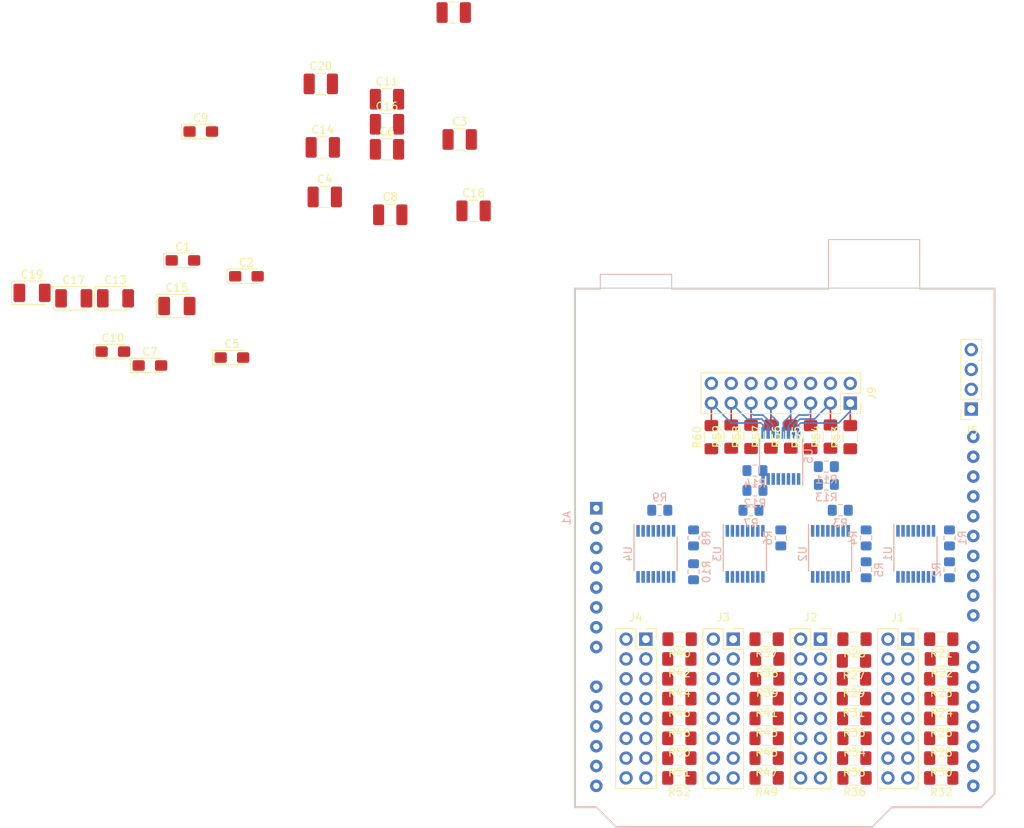
<source format=kicad_pcb>
(kicad_pcb (version 20171130) (host pcbnew 5.0.2-bee76a0~70~ubuntu18.04.1)
  (layers (0 F.Cu signal) (31 B.Cu signal) (34 B.Paste user hide) (35 F.Paste user hide) (36 B.SilkS user) (37 F.SilkS user hide) (38 B.Mask user) (39 F.Mask user) (44 Edge.Cuts user))
  (net 0 "")
  (net 1 GND)
  (net 2 3V3)
  (net 3 "Net-(J1-Pad15)")
  (net 4 "Net-(J1-Pad13)")
  (net 5 "Net-(J1-Pad11)")
  (net 6 "Net-(J1-Pad9)")
  (net 7 "Net-(J1-Pad7)")
  (net 8 "Net-(J1-Pad5)")
  (net 9 "Net-(J1-Pad3)")
  (net 10 "Net-(J1-Pad1)")
  (net 11 "Net-(J2-Pad15)")
  (net 12 "Net-(J2-Pad13)")
  (net 13 "Net-(J2-Pad11)")
  (net 14 "Net-(J2-Pad9)")
  (net 15 "Net-(J2-Pad7)")
  (net 16 "Net-(J2-Pad5)")
  (net 17 "Net-(J2-Pad3)")
  (net 18 "Net-(J2-Pad1)")
  (net 19 "Net-(J3-Pad1)")
  (net 20 "Net-(J3-Pad3)")
  (net 21 "Net-(J3-Pad5)")
  (net 22 "Net-(J3-Pad7)")
  (net 23 "Net-(J3-Pad9)")
  (net 24 "Net-(J3-Pad11)")
  (net 25 "Net-(J3-Pad13)")
  (net 26 "Net-(J3-Pad15)")
  (net 27 "Net-(J4-Pad1)")
  (net 28 "Net-(J4-Pad3)")
  (net 29 "Net-(J4-Pad5)")
  (net 30 "Net-(J4-Pad7)")
  (net 31 "Net-(J4-Pad9)")
  (net 32 "Net-(J4-Pad11)")
  (net 33 "Net-(J4-Pad13)")
  (net 34 "Net-(J4-Pad15)")
  (net 35 SCL)
  (net 36 SDA)
  (net 37 "Net-(J9-Pad1)")
  (net 38 "Net-(J9-Pad3)")
  (net 39 "Net-(J9-Pad5)")
  (net 40 "Net-(J9-Pad7)")
  (net 41 "Net-(J9-Pad9)")
  (net 42 "Net-(J9-Pad11)")
  (net 43 "Net-(J9-Pad13)")
  (net 44 "Net-(J9-Pad15)")
  (net 45 "Net-(R1-Pad2)")
  (net 46 "Net-(R2-Pad2)")
  (net 47 "Net-(R3-Pad2)")
  (net 48 "Net-(R5-Pad2)")
  (net 49 "Net-(R6-Pad1)")
  (net 50 "Net-(R7-Pad2)")
  (net 51 "Net-(R8-Pad2)")
  (net 52 "Net-(R10-Pad2)")
  (net 53 "Net-(R11-Pad1)")
  (net 54 "Net-(R13-Pad1)")
  (net 55 "Net-(U1-Pad6)")
  (net 56 "Net-(U2-Pad6)")
  (net 57 "Net-(U3-Pad6)")
  (net 58 "Net-(U4-Pad6)")
  (net 59 "Net-(U5-Pad6)")
  (net 60 "Net-(A1-Pad1)")
  (net 61 "Net-(A1-Pad17)")
  (net 62 "Net-(A1-Pad2)")
  (net 63 "Net-(A1-Pad18)")
  (net 64 "Net-(A1-Pad3)")
  (net 65 "Net-(A1-Pad19)")
  (net 66 "Net-(A1-Pad20)")
  (net 67 "Net-(A1-Pad5)")
  (net 68 "Net-(A1-Pad21)")
  (net 69 "Net-(A1-Pad22)")
  (net 70 "Net-(A1-Pad23)")
  (net 71 "Net-(A1-Pad8)")
  (net 72 "Net-(A1-Pad24)")
  (net 73 "Net-(A1-Pad9)")
  (net 74 "Net-(A1-Pad25)")
  (net 75 "Net-(A1-Pad10)")
  (net 76 "Net-(A1-Pad26)")
  (net 77 "Net-(A1-Pad11)")
  (net 78 "Net-(A1-Pad27)")
  (net 79 "Net-(A1-Pad12)")
  (net 80 "Net-(A1-Pad28)")
  (net 81 "Net-(A1-Pad13)")
  (net 82 "Net-(A1-Pad14)")
  (net 83 "Net-(A1-Pad30)")
  (net 84 "Net-(A1-Pad15)")
  (net 85 "Net-(A1-Pad16)")
  (module Capacitor_Tantalum_SMD:CP_EIA-3216-18_Kemet-A_Pad1.58x1.35mm_HandSolder (layer F.Cu) (at 162.2195 76.454)
    (fp_text reference C1 (at 0 -1.75) (layer F.SilkS))
    (fp_text value "1U TANT C")
    (pad 2 smd roundrect (at 1.4375 0) (size 1.575 1.35) (layers F.Cu F.Paste F.Mask) (roundrect_rratio 0.185185) (net 1 GND))
    (pad 1 smd roundrect (at -1.4375 0) (size 1.575 1.35) (layers F.Cu F.Paste F.Mask) (roundrect_rratio 0.185185) (net 2 3V3))
  )
  (module Capacitor_Tantalum_SMD:CP_EIA-3216-18_Kemet-A_Pad1.58x1.35mm_HandSolder (layer F.Cu) (at 170.3475 78.486)
    (fp_text reference C2 (at 0 -1.75) (layer F.SilkS))
    (fp_text value "1U TANT C")
    (pad 2 smd roundrect (at 1.4375 0) (size 1.575 1.35) (layers F.Cu F.Paste F.Mask) (roundrect_rratio 0.185185) (net 1 GND))
    (pad 1 smd roundrect (at -1.4375 0) (size 1.575 1.35) (layers F.Cu F.Paste F.Mask) (roundrect_rratio 0.185185) (net 2 3V3))
  )
  (module Capacitor_SMD:C_1210_3225Metric_Pad1.42x2.65mm_HandSolder (layer F.Cu) (at 197.6485 60.96)
    (fp_text reference C3 (at 0 -2.28) (layer F.SilkS))
    (fp_text value "0.1U CERAMIC")
    (pad 1 smd roundrect (at -1.4875 0) (size 1.425 2.65) (layers F.Cu F.Paste F.Mask) (roundrect_rratio 0.175439) (net 2 3V3))
    (pad 2 smd roundrect (at 1.4875 0) (size 1.425 2.65) (layers F.Cu F.Paste F.Mask) (roundrect_rratio 0.175439) (net 1 GND))
  )
  (module Capacitor_SMD:C_1210_3225Metric_Pad1.42x2.65mm_HandSolder (layer F.Cu) (at 180.3765 68.326)
    (fp_text reference C4 (at 0 -2.28) (layer F.SilkS))
    (fp_text value "0.1U CERAMIC")
    (pad 2 smd roundrect (at 1.4875 0) (size 1.425 2.65) (layers F.Cu F.Paste F.Mask) (roundrect_rratio 0.175439) (net 1 GND))
    (pad 1 smd roundrect (at -1.4875 0) (size 1.425 2.65) (layers F.Cu F.Paste F.Mask) (roundrect_rratio 0.175439) (net 2 3V3))
  )
  (module Capacitor_Tantalum_SMD:CP_EIA-3216-18_Kemet-A_Pad1.58x1.35mm_HandSolder (layer F.Cu) (at 168.4885 88.9)
    (fp_text reference C5 (at 0 -1.75) (layer F.SilkS))
    (fp_text value "1U TANT C")
    (pad 2 smd roundrect (at 1.4375 0) (size 1.575 1.35) (layers F.Cu F.Paste F.Mask) (roundrect_rratio 0.185185) (net 1 GND))
    (pad 1 smd roundrect (at -1.4375 0) (size 1.575 1.35) (layers F.Cu F.Paste F.Mask) (roundrect_rratio 0.185185) (net 2 3V3))
  )
  (module Capacitor_SMD:C_1210_3225Metric_Pad1.42x2.65mm_HandSolder (layer F.Cu) (at 188.341001 62.227001)
    (fp_text reference C6 (at 0 -2.28) (layer F.SilkS))
    (fp_text value "0.1U CERAMIC")
    (pad 1 smd roundrect (at -1.4875 0) (size 1.425 2.65) (layers F.Cu F.Paste F.Mask) (roundrect_rratio 0.175439) (net 1 GND))
    (pad 2 smd roundrect (at 1.4875 0) (size 1.425 2.65) (layers F.Cu F.Paste F.Mask) (roundrect_rratio 0.175439) (net 2 3V3))
  )
  (module Capacitor_Tantalum_SMD:CP_EIA-3216-18_Kemet-A_Pad1.58x1.35mm_HandSolder (layer F.Cu) (at 157.988 89.916)
    (fp_text reference C7 (at 0 -1.75) (layer F.SilkS))
    (fp_text value "1U TANT C")
    (pad 1 smd roundrect (at -1.4375 0) (size 1.575 1.35) (layers F.Cu F.Paste F.Mask) (roundrect_rratio 0.185185) (net 2 3V3))
    (pad 2 smd roundrect (at 1.4375 0) (size 1.575 1.35) (layers F.Cu F.Paste F.Mask) (roundrect_rratio 0.185185) (net 1 GND))
  )
  (module Capacitor_SMD:C_1210_3225Metric_Pad1.42x2.65mm_HandSolder (layer F.Cu) (at 188.7585 70.612)
    (fp_text reference C8 (at 0 -2.28) (layer F.SilkS))
    (fp_text value "0.1U CERAMIC")
    (pad 2 smd roundrect (at 1.4875 0) (size 1.425 2.65) (layers F.Cu F.Paste F.Mask) (roundrect_rratio 0.175439) (net 2 3V3))
    (pad 1 smd roundrect (at -1.4875 0) (size 1.425 2.65) (layers F.Cu F.Paste F.Mask) (roundrect_rratio 0.175439) (net 1 GND))
  )
  (module Capacitor_Tantalum_SMD:CP_EIA-3216-18_Kemet-A_Pad1.58x1.35mm_HandSolder (layer F.Cu) (at 164.5055 59.944)
    (fp_text reference C9 (at 0 -1.75) (layer F.SilkS))
    (fp_text value "1U TANT C")
    (pad 1 smd roundrect (at -1.4375 0) (size 1.575 1.35) (layers F.Cu F.Paste F.Mask) (roundrect_rratio 0.185185) (net 2 3V3))
    (pad 2 smd roundrect (at 1.4375 0) (size 1.575 1.35) (layers F.Cu F.Paste F.Mask) (roundrect_rratio 0.185185) (net 1 GND))
  )
  (module Capacitor_Tantalum_SMD:CP_EIA-3216-18_Kemet-A_Pad1.58x1.35mm_HandSolder (layer F.Cu) (at 153.2485 88.138)
    (fp_text reference C10 (at 0 -1.75) (layer F.SilkS))
    (fp_text value "1U TANT C")
    (pad 1 smd roundrect (at -1.4375 0) (size 1.575 1.35) (layers F.Cu F.Paste F.Mask) (roundrect_rratio 0.185185) (net 2 3V3))
    (pad 2 smd roundrect (at 1.4375 0) (size 1.575 1.35) (layers F.Cu F.Paste F.Mask) (roundrect_rratio 0.185185) (net 1 GND))
  )
  (module Capacitor_SMD:C_1210_3225Metric_Pad1.42x2.65mm_HandSolder (layer F.Cu) (at 188.341001 55.807001)
    (fp_text reference C11 (at 0 -2.28) (layer F.SilkS))
    (fp_text value "0.1U CERAMIC")
    (pad 1 smd roundrect (at -1.4875 0) (size 1.425 2.65) (layers F.Cu F.Paste F.Mask) (roundrect_rratio 0.175439) (net 2 3V3))
    (pad 2 smd roundrect (at 1.4875 0) (size 1.425 2.65) (layers F.Cu F.Paste F.Mask) (roundrect_rratio 0.175439) (net 1 GND))
  )
  (module Capacitor_SMD:C_1210_3225Metric_Pad1.42x2.65mm_HandSolder (layer F.Cu) (at 196.8865 44.704)
    (fp_text reference C12 (at 0 -2.28) (layer F.SilkS))
    (fp_text value "0.1U CERAMIC")
    (pad 2 smd roundrect (at 1.4875 0) (size 1.425 2.65) (layers F.Cu F.Paste F.Mask) (roundrect_rratio 0.175439) (net 1 GND))
    (pad 1 smd roundrect (at -1.4875 0) (size 1.425 2.65) (layers F.Cu F.Paste F.Mask) (roundrect_rratio 0.175439) (net 2 3V3))
  )
  (module Capacitor_Tantalum_SMD:CP_EIA-3528-12_Kemet-T_Pad1.50x2.35mm_HandSolder (layer F.Cu) (at 153.583001 81.311001)
    (fp_text reference C13 (at 0 -2.35) (layer F.SilkS))
    (fp_text value "1U TANT C")
    (pad 2 smd roundrect (at 1.625 0) (size 1.5 2.35) (layers F.Cu F.Paste F.Mask) (roundrect_rratio 0.166667) (net 1 GND))
    (pad 1 smd roundrect (at -1.625 0) (size 1.5 2.35) (layers F.Cu F.Paste F.Mask) (roundrect_rratio 0.166667) (net 2 3V3))
  )
  (module Capacitor_SMD:C_1210_3225Metric_Pad1.42x2.65mm_HandSolder (layer F.Cu) (at 180.1225 61.976)
    (fp_text reference C14 (at 0 -2.28) (layer F.SilkS))
    (fp_text value "0.1U CERAMIC")
    (pad 2 smd roundrect (at 1.4875 0) (size 1.425 2.65) (layers F.Cu F.Paste F.Mask) (roundrect_rratio 0.175439) (net 2 3V3))
    (pad 1 smd roundrect (at -1.4875 0) (size 1.425 2.65) (layers F.Cu F.Paste F.Mask) (roundrect_rratio 0.175439) (net 1 GND))
  )
  (module Capacitor_Tantalum_SMD:CP_EIA-3528-12_Kemet-T_Pad1.50x2.35mm_HandSolder (layer F.Cu) (at 161.443 82.296)
    (fp_text reference C15 (at 0 -2.35) (layer F.SilkS))
    (fp_text value "1U TANT C")
    (pad 1 smd roundrect (at -1.625 0) (size 1.5 2.35) (layers F.Cu F.Paste F.Mask) (roundrect_rratio 0.166667) (net 2 3V3))
    (pad 2 smd roundrect (at 1.625 0) (size 1.5 2.35) (layers F.Cu F.Paste F.Mask) (roundrect_rratio 0.166667) (net 1 GND))
  )
  (module Capacitor_SMD:C_1210_3225Metric_Pad1.42x2.65mm_HandSolder (layer F.Cu) (at 188.341001 59.017001)
    (fp_text reference C16 (at 0 -2.28) (layer F.SilkS))
    (fp_text value "0.1U CERAMIC")
    (pad 1 smd roundrect (at -1.4875 0) (size 1.425 2.65) (layers F.Cu F.Paste F.Mask) (roundrect_rratio 0.175439) (net 1 GND))
    (pad 2 smd roundrect (at 1.4875 0) (size 1.425 2.65) (layers F.Cu F.Paste F.Mask) (roundrect_rratio 0.175439) (net 2 3V3))
  )
  (module Capacitor_Tantalum_SMD:CP_EIA-3528-12_Kemet-T_Pad1.50x2.35mm_HandSolder (layer F.Cu) (at 148.243001 81.311001)
    (fp_text reference C17 (at 0 -2.35) (layer F.SilkS))
    (fp_text value "1U TANT C")
    (pad 1 smd roundrect (at -1.625 0) (size 1.5 2.35) (layers F.Cu F.Paste F.Mask) (roundrect_rratio 0.166667) (net 2 3V3))
    (pad 2 smd roundrect (at 1.625 0) (size 1.5 2.35) (layers F.Cu F.Paste F.Mask) (roundrect_rratio 0.166667) (net 1 GND))
  )
  (module Capacitor_SMD:C_1210_3225Metric_Pad1.42x2.65mm_HandSolder (layer F.Cu) (at 199.4265 70.104)
    (fp_text reference C18 (at 0 -2.28) (layer F.SilkS))
    (fp_text value "0.1U CERAMIC")
    (pad 2 smd roundrect (at 1.4875 0) (size 1.425 2.65) (layers F.Cu F.Paste F.Mask) (roundrect_rratio 0.175439) (net 1 GND))
    (pad 1 smd roundrect (at -1.4875 0) (size 1.425 2.65) (layers F.Cu F.Paste F.Mask) (roundrect_rratio 0.175439) (net 2 3V3))
  )
  (module Capacitor_Tantalum_SMD:CP_EIA-3528-12_Kemet-T_Pad1.50x2.35mm_HandSolder (layer F.Cu) (at 142.903001 80.611001)
    (fp_text reference C19 (at 0 -2.35) (layer F.SilkS))
    (fp_text value "1U TANT C")
    (pad 2 smd roundrect (at 1.625 0) (size 1.5 2.35) (layers F.Cu F.Paste F.Mask) (roundrect_rratio 0.166667) (net 1 GND))
    (pad 1 smd roundrect (at -1.625 0) (size 1.5 2.35) (layers F.Cu F.Paste F.Mask) (roundrect_rratio 0.166667) (net 2 3V3))
  )
  (module Capacitor_SMD:C_1210_3225Metric_Pad1.42x2.65mm_HandSolder (layer F.Cu) (at 179.8685 53.848)
    (fp_text reference C20 (at 0 -2.28) (layer F.SilkS))
    (fp_text value "0.1U CERAMIC")
    (pad 1 smd roundrect (at -1.4875 0) (size 1.425 2.65) (layers F.Cu F.Paste F.Mask) (roundrect_rratio 0.175439) (net 1 GND))
    (pad 2 smd roundrect (at 1.4875 0) (size 1.425 2.65) (layers F.Cu F.Paste F.Mask) (roundrect_rratio 0.175439) (net 2 3V3))
  )
  (module Connector_PinSocket_2.54mm:PinSocket_2x08_P2.54mm_Vertical (layer F.Cu) (at 255.016 124.968)
    (fp_text reference J1 (at -1.27 -2.77) (layer F.SilkS))
    (fp_text value Conn_02x08_Odd_Even)
    (pad 16 thru_hole oval (at -2.54 17.78) (size 1.7 1.7) (drill 1) (layers *.Cu *.Mask) (net 1 GND))
    (pad 15 thru_hole oval (at 0 17.78) (size 1.7 1.7) (drill 1) (layers *.Cu *.Mask) (net 3 "Net-(J1-Pad15)"))
    (pad 14 thru_hole oval (at -2.54 15.24) (size 1.7 1.7) (drill 1) (layers *.Cu *.Mask) (net 1 GND))
    (pad 13 thru_hole oval (at 0 15.24) (size 1.7 1.7) (drill 1) (layers *.Cu *.Mask) (net 4 "Net-(J1-Pad13)"))
    (pad 12 thru_hole oval (at -2.54 12.7) (size 1.7 1.7) (drill 1) (layers *.Cu *.Mask) (net 1 GND))
    (pad 11 thru_hole oval (at 0 12.7) (size 1.7 1.7) (drill 1) (layers *.Cu *.Mask) (net 5 "Net-(J1-Pad11)"))
    (pad 10 thru_hole oval (at -2.54 10.16) (size 1.7 1.7) (drill 1) (layers *.Cu *.Mask) (net 1 GND))
    (pad 9 thru_hole oval (at 0 10.16) (size 1.7 1.7) (drill 1) (layers *.Cu *.Mask) (net 6 "Net-(J1-Pad9)"))
    (pad 8 thru_hole oval (at -2.54 7.62) (size 1.7 1.7) (drill 1) (layers *.Cu *.Mask) (net 1 GND))
    (pad 7 thru_hole oval (at 0 7.62) (size 1.7 1.7) (drill 1) (layers *.Cu *.Mask) (net 7 "Net-(J1-Pad7)"))
    (pad 6 thru_hole oval (at -2.54 5.08) (size 1.7 1.7) (drill 1) (layers *.Cu *.Mask) (net 1 GND))
    (pad 5 thru_hole oval (at 0 5.08) (size 1.7 1.7) (drill 1) (layers *.Cu *.Mask) (net 8 "Net-(J1-Pad5)"))
    (pad 4 thru_hole oval (at -2.54 2.54) (size 1.7 1.7) (drill 1) (layers *.Cu *.Mask) (net 1 GND))
    (pad 3 thru_hole oval (at 0 2.54) (size 1.7 1.7) (drill 1) (layers *.Cu *.Mask) (net 9 "Net-(J1-Pad3)"))
    (pad 2 thru_hole oval (at -2.54 0) (size 1.7 1.7) (drill 1) (layers *.Cu *.Mask) (net 1 GND))
    (pad 1 thru_hole rect (at 0 0) (size 1.7 1.7) (drill 1) (layers *.Cu *.Mask) (net 10 "Net-(J1-Pad1)"))
  )
  (module Connector_PinSocket_2.54mm:PinSocket_2x08_P2.54mm_Vertical (layer F.Cu) (at 243.84 124.968)
    (fp_text reference J2 (at -1.27 -2.77) (layer F.SilkS))
    (fp_text value Conn_02x08_Odd_Even)
    (pad 16 thru_hole oval (at -2.54 17.78) (size 1.7 1.7) (drill 1) (layers *.Cu *.Mask) (net 1 GND))
    (pad 15 thru_hole oval (at 0 17.78) (size 1.7 1.7) (drill 1) (layers *.Cu *.Mask) (net 11 "Net-(J2-Pad15)"))
    (pad 14 thru_hole oval (at -2.54 15.24) (size 1.7 1.7) (drill 1) (layers *.Cu *.Mask) (net 1 GND))
    (pad 13 thru_hole oval (at 0 15.24) (size 1.7 1.7) (drill 1) (layers *.Cu *.Mask) (net 12 "Net-(J2-Pad13)"))
    (pad 12 thru_hole oval (at -2.54 12.7) (size 1.7 1.7) (drill 1) (layers *.Cu *.Mask) (net 1 GND))
    (pad 11 thru_hole oval (at 0 12.7) (size 1.7 1.7) (drill 1) (layers *.Cu *.Mask) (net 13 "Net-(J2-Pad11)"))
    (pad 10 thru_hole oval (at -2.54 10.16) (size 1.7 1.7) (drill 1) (layers *.Cu *.Mask) (net 1 GND))
    (pad 9 thru_hole oval (at 0 10.16) (size 1.7 1.7) (drill 1) (layers *.Cu *.Mask) (net 14 "Net-(J2-Pad9)"))
    (pad 8 thru_hole oval (at -2.54 7.62) (size 1.7 1.7) (drill 1) (layers *.Cu *.Mask) (net 1 GND))
    (pad 7 thru_hole oval (at 0 7.62) (size 1.7 1.7) (drill 1) (layers *.Cu *.Mask) (net 15 "Net-(J2-Pad7)"))
    (pad 6 thru_hole oval (at -2.54 5.08) (size 1.7 1.7) (drill 1) (layers *.Cu *.Mask) (net 1 GND))
    (pad 5 thru_hole oval (at 0 5.08) (size 1.7 1.7) (drill 1) (layers *.Cu *.Mask) (net 16 "Net-(J2-Pad5)"))
    (pad 4 thru_hole oval (at -2.54 2.54) (size 1.7 1.7) (drill 1) (layers *.Cu *.Mask) (net 1 GND))
    (pad 3 thru_hole oval (at 0 2.54) (size 1.7 1.7) (drill 1) (layers *.Cu *.Mask) (net 17 "Net-(J2-Pad3)"))
    (pad 2 thru_hole oval (at -2.54 0) (size 1.7 1.7) (drill 1) (layers *.Cu *.Mask) (net 1 GND))
    (pad 1 thru_hole rect (at 0 0) (size 1.7 1.7) (drill 1) (layers *.Cu *.Mask) (net 18 "Net-(J2-Pad1)"))
  )
  (module Connector_PinSocket_2.54mm:PinSocket_2x08_P2.54mm_Vertical (layer F.Cu) (at 232.664 124.968)
    (fp_text reference J3 (at -1.27 -2.77) (layer F.SilkS))
    (fp_text value Conn_02x08_Odd_Even)
    (pad 1 thru_hole rect (at 0 0) (size 1.7 1.7) (drill 1) (layers *.Cu *.Mask) (net 19 "Net-(J3-Pad1)"))
    (pad 2 thru_hole oval (at -2.54 0) (size 1.7 1.7) (drill 1) (layers *.Cu *.Mask) (net 1 GND))
    (pad 3 thru_hole oval (at 0 2.54) (size 1.7 1.7) (drill 1) (layers *.Cu *.Mask) (net 20 "Net-(J3-Pad3)"))
    (pad 4 thru_hole oval (at -2.54 2.54) (size 1.7 1.7) (drill 1) (layers *.Cu *.Mask) (net 1 GND))
    (pad 5 thru_hole oval (at 0 5.08) (size 1.7 1.7) (drill 1) (layers *.Cu *.Mask) (net 21 "Net-(J3-Pad5)"))
    (pad 6 thru_hole oval (at -2.54 5.08) (size 1.7 1.7) (drill 1) (layers *.Cu *.Mask) (net 1 GND))
    (pad 7 thru_hole oval (at 0 7.62) (size 1.7 1.7) (drill 1) (layers *.Cu *.Mask) (net 22 "Net-(J3-Pad7)"))
    (pad 8 thru_hole oval (at -2.54 7.62) (size 1.7 1.7) (drill 1) (layers *.Cu *.Mask) (net 1 GND))
    (pad 9 thru_hole oval (at 0 10.16) (size 1.7 1.7) (drill 1) (layers *.Cu *.Mask) (net 23 "Net-(J3-Pad9)"))
    (pad 10 thru_hole oval (at -2.54 10.16) (size 1.7 1.7) (drill 1) (layers *.Cu *.Mask) (net 1 GND))
    (pad 11 thru_hole oval (at 0 12.7) (size 1.7 1.7) (drill 1) (layers *.Cu *.Mask) (net 24 "Net-(J3-Pad11)"))
    (pad 12 thru_hole oval (at -2.54 12.7) (size 1.7 1.7) (drill 1) (layers *.Cu *.Mask) (net 1 GND))
    (pad 13 thru_hole oval (at 0 15.24) (size 1.7 1.7) (drill 1) (layers *.Cu *.Mask) (net 25 "Net-(J3-Pad13)"))
    (pad 14 thru_hole oval (at -2.54 15.24) (size 1.7 1.7) (drill 1) (layers *.Cu *.Mask) (net 1 GND))
    (pad 15 thru_hole oval (at 0 17.78) (size 1.7 1.7) (drill 1) (layers *.Cu *.Mask) (net 26 "Net-(J3-Pad15)"))
    (pad 16 thru_hole oval (at -2.54 17.78) (size 1.7 1.7) (drill 1) (layers *.Cu *.Mask) (net 1 GND))
  )
  (module Connector_PinSocket_2.54mm:PinSocket_2x08_P2.54mm_Vertical (layer F.Cu) (at 221.488 124.968)
    (fp_text reference J4 (at -1.27 -2.77) (layer F.SilkS))
    (fp_text value Conn_02x08_Odd_Even)
    (pad 1 thru_hole rect (at 0 0) (size 1.7 1.7) (drill 1) (layers *.Cu *.Mask) (net 27 "Net-(J4-Pad1)"))
    (pad 2 thru_hole oval (at -2.54 0) (size 1.7 1.7) (drill 1) (layers *.Cu *.Mask) (net 1 GND))
    (pad 3 thru_hole oval (at 0 2.54) (size 1.7 1.7) (drill 1) (layers *.Cu *.Mask) (net 28 "Net-(J4-Pad3)"))
    (pad 4 thru_hole oval (at -2.54 2.54) (size 1.7 1.7) (drill 1) (layers *.Cu *.Mask) (net 1 GND))
    (pad 5 thru_hole oval (at 0 5.08) (size 1.7 1.7) (drill 1) (layers *.Cu *.Mask) (net 29 "Net-(J4-Pad5)"))
    (pad 6 thru_hole oval (at -2.54 5.08) (size 1.7 1.7) (drill 1) (layers *.Cu *.Mask) (net 1 GND))
    (pad 7 thru_hole oval (at 0 7.62) (size 1.7 1.7) (drill 1) (layers *.Cu *.Mask) (net 30 "Net-(J4-Pad7)"))
    (pad 8 thru_hole oval (at -2.54 7.62) (size 1.7 1.7) (drill 1) (layers *.Cu *.Mask) (net 1 GND))
    (pad 9 thru_hole oval (at 0 10.16) (size 1.7 1.7) (drill 1) (layers *.Cu *.Mask) (net 31 "Net-(J4-Pad9)"))
    (pad 10 thru_hole oval (at -2.54 10.16) (size 1.7 1.7) (drill 1) (layers *.Cu *.Mask) (net 1 GND))
    (pad 11 thru_hole oval (at 0 12.7) (size 1.7 1.7) (drill 1) (layers *.Cu *.Mask) (net 32 "Net-(J4-Pad11)"))
    (pad 12 thru_hole oval (at -2.54 12.7) (size 1.7 1.7) (drill 1) (layers *.Cu *.Mask) (net 1 GND))
    (pad 13 thru_hole oval (at 0 15.24) (size 1.7 1.7) (drill 1) (layers *.Cu *.Mask) (net 33 "Net-(J4-Pad13)"))
    (pad 14 thru_hole oval (at -2.54 15.24) (size 1.7 1.7) (drill 1) (layers *.Cu *.Mask) (net 1 GND))
    (pad 15 thru_hole oval (at 0 17.78) (size 1.7 1.7) (drill 1) (layers *.Cu *.Mask) (net 34 "Net-(J4-Pad15)"))
    (pad 16 thru_hole oval (at -2.54 17.78) (size 1.7 1.7) (drill 1) (layers *.Cu *.Mask) (net 1 GND))
  )
  (module Connector_PinSocket_2.54mm:PinSocket_2x08_P2.54mm_Vertical (layer F.Cu) (at 247.65 94.742 270)
    (fp_text reference J9 (at -1.27 -2.77 270) (layer F.SilkS))
    (fp_text value Conn_02x08_Odd_Even)
    (pad 1 thru_hole rect (at 0 0 270) (size 1.7 1.7) (drill 1) (layers *.Cu *.Mask) (net 37 "Net-(J9-Pad1)"))
    (pad 2 thru_hole oval (at -2.54 0 270) (size 1.7 1.7) (drill 1) (layers *.Cu *.Mask) (net 1 GND))
    (pad 3 thru_hole oval (at 0 2.54 270) (size 1.7 1.7) (drill 1) (layers *.Cu *.Mask) (net 38 "Net-(J9-Pad3)"))
    (pad 4 thru_hole oval (at -2.54 2.54 270) (size 1.7 1.7) (drill 1) (layers *.Cu *.Mask) (net 1 GND))
    (pad 5 thru_hole oval (at 0 5.08 270) (size 1.7 1.7) (drill 1) (layers *.Cu *.Mask) (net 39 "Net-(J9-Pad5)"))
    (pad 6 thru_hole oval (at -2.54 5.08 270) (size 1.7 1.7) (drill 1) (layers *.Cu *.Mask) (net 1 GND))
    (pad 7 thru_hole oval (at 0 7.62 270) (size 1.7 1.7) (drill 1) (layers *.Cu *.Mask) (net 40 "Net-(J9-Pad7)"))
    (pad 8 thru_hole oval (at -2.54 7.62 270) (size 1.7 1.7) (drill 1) (layers *.Cu *.Mask) (net 1 GND))
    (pad 9 thru_hole oval (at 0 10.16 270) (size 1.7 1.7) (drill 1) (layers *.Cu *.Mask) (net 41 "Net-(J9-Pad9)"))
    (pad 10 thru_hole oval (at -2.54 10.16 270) (size 1.7 1.7) (drill 1) (layers *.Cu *.Mask) (net 1 GND))
    (pad 11 thru_hole oval (at 0 12.7 270) (size 1.7 1.7) (drill 1) (layers *.Cu *.Mask) (net 42 "Net-(J9-Pad11)"))
    (pad 12 thru_hole oval (at -2.54 12.7 270) (size 1.7 1.7) (drill 1) (layers *.Cu *.Mask) (net 1 GND))
    (pad 13 thru_hole oval (at 0 15.24 270) (size 1.7 1.7) (drill 1) (layers *.Cu *.Mask) (net 43 "Net-(J9-Pad13)"))
    (pad 14 thru_hole oval (at -2.54 15.24 270) (size 1.7 1.7) (drill 1) (layers *.Cu *.Mask) (net 1 GND))
    (pad 15 thru_hole oval (at 0 17.78 270) (size 1.7 1.7) (drill 1) (layers *.Cu *.Mask) (net 44 "Net-(J9-Pad15)"))
    (pad 16 thru_hole oval (at -2.54 17.78 270) (size 1.7 1.7) (drill 1) (layers *.Cu *.Mask) (net 1 GND))
  )
  (module Resistor_SMD:R_0805_2012Metric_Pad1.15x1.40mm_HandSolder (layer B.Cu) (at 260.35 112.005 90)
    (fp_text reference R1 (at 0 1.65 90) (layer B.SilkS) (effects (justify mirror)))
    (fp_text value 1K)
    (pad 1 smd roundrect (at -1.025 0 90) (size 1.15 1.4) (layers B.Cu B.Paste B.Mask) (roundrect_rratio 0.217391) (net 1 GND))
    (pad 2 smd roundrect (at 1.025 0 90) (size 1.15 1.4) (layers B.Cu B.Paste B.Mask) (roundrect_rratio 0.217391) (net 45 "Net-(R1-Pad2)"))
  )
  (module Resistor_SMD:R_0805_2012Metric_Pad1.15x1.40mm_HandSolder (layer B.Cu) (at 260.35 116.087 270)
    (fp_text reference R2 (at 0 1.65 270) (layer B.SilkS) (effects (justify mirror)))
    (fp_text value 1K)
    (pad 2 smd roundrect (at 1.025 0 270) (size 1.15 1.4) (layers B.Cu B.Paste B.Mask) (roundrect_rratio 0.217391) (net 46 "Net-(R2-Pad2)"))
    (pad 1 smd roundrect (at -1.025 0 270) (size 1.15 1.4) (layers B.Cu B.Paste B.Mask) (roundrect_rratio 0.217391) (net 1 GND))
  )
  (module Resistor_SMD:R_0805_2012Metric_Pad1.15x1.40mm_HandSolder (layer B.Cu) (at 246.371 108.458)
    (fp_text reference R3 (at 0 1.65) (layer B.SilkS) (effects (justify mirror)))
    (fp_text value 1K)
    (pad 2 smd roundrect (at 1.025 0) (size 1.15 1.4) (layers B.Cu B.Paste B.Mask) (roundrect_rratio 0.217391) (net 47 "Net-(R3-Pad2)"))
    (pad 1 smd roundrect (at -1.025 0) (size 1.15 1.4) (layers B.Cu B.Paste B.Mask) (roundrect_rratio 0.217391) (net 1 GND))
  )
  (module Resistor_SMD:R_0805_2012Metric_Pad1.15x1.40mm_HandSolder (layer B.Cu) (at 249.682 112.005 270)
    (fp_text reference R4 (at 0 1.65 270) (layer B.SilkS) (effects (justify mirror)))
    (fp_text value 1K)
    (pad 2 smd roundrect (at 1.025 0 270) (size 1.15 1.4) (layers B.Cu B.Paste B.Mask) (roundrect_rratio 0.217391) (net 2 3V3))
    (pad 1 smd roundrect (at -1.025 0 270) (size 1.15 1.4) (layers B.Cu B.Paste B.Mask) (roundrect_rratio 0.217391) (net 47 "Net-(R3-Pad2)"))
  )
  (module Resistor_SMD:R_0805_2012Metric_Pad1.15x1.40mm_HandSolder (layer B.Cu) (at 249.682 116.087 90)
    (fp_text reference R5 (at 0 1.65 90) (layer B.SilkS) (effects (justify mirror)))
    (fp_text value 1K)
    (pad 1 smd roundrect (at -1.025 0 90) (size 1.15 1.4) (layers B.Cu B.Paste B.Mask) (roundrect_rratio 0.217391) (net 1 GND))
    (pad 2 smd roundrect (at 1.025 0 90) (size 1.15 1.4) (layers B.Cu B.Paste B.Mask) (roundrect_rratio 0.217391) (net 48 "Net-(R5-Pad2)"))
  )
  (module Resistor_SMD:R_0805_2012Metric_Pad1.15x1.40mm_HandSolder (layer B.Cu) (at 238.76 112.005 270)
    (fp_text reference R6 (at 0 1.65 270) (layer B.SilkS) (effects (justify mirror)))
    (fp_text value 1K)
    (pad 2 smd roundrect (at 1.025 0 270) (size 1.15 1.4) (layers B.Cu B.Paste B.Mask) (roundrect_rratio 0.217391) (net 2 3V3))
    (pad 1 smd roundrect (at -1.025 0 270) (size 1.15 1.4) (layers B.Cu B.Paste B.Mask) (roundrect_rratio 0.217391) (net 49 "Net-(R6-Pad1)"))
  )
  (module Resistor_SMD:R_0805_2012Metric_Pad1.15x1.40mm_HandSolder (layer B.Cu) (at 234.941 108.458)
    (fp_text reference R7 (at 0 1.65) (layer B.SilkS) (effects (justify mirror)))
    (fp_text value 1K)
    (pad 1 smd roundrect (at -1.025 0) (size 1.15 1.4) (layers B.Cu B.Paste B.Mask) (roundrect_rratio 0.217391) (net 1 GND))
    (pad 2 smd roundrect (at 1.025 0) (size 1.15 1.4) (layers B.Cu B.Paste B.Mask) (roundrect_rratio 0.217391) (net 50 "Net-(R7-Pad2)"))
  )
  (module Resistor_SMD:R_0805_2012Metric_Pad1.15x1.40mm_HandSolder (layer B.Cu) (at 227.584 112.005 90)
    (fp_text reference R8 (at 0 1.65 90) (layer B.SilkS) (effects (justify mirror)))
    (fp_text value 1K)
    (pad 1 smd roundrect (at -1.025 0 90) (size 1.15 1.4) (layers B.Cu B.Paste B.Mask) (roundrect_rratio 0.217391) (net 1 GND))
    (pad 2 smd roundrect (at 1.025 0 90) (size 1.15 1.4) (layers B.Cu B.Paste B.Mask) (roundrect_rratio 0.217391) (net 51 "Net-(R8-Pad2)"))
  )
  (module Resistor_SMD:R_0805_2012Metric_Pad1.15x1.40mm_HandSolder (layer B.Cu) (at 223.266 108.458 180)
    (fp_text reference R9 (at 0 1.65 180) (layer B.SilkS) (effects (justify mirror)))
    (fp_text value 1K)
    (pad 1 smd roundrect (at -1.025 0 180) (size 1.15 1.4) (layers B.Cu B.Paste B.Mask) (roundrect_rratio 0.217391) (net 52 "Net-(R10-Pad2)"))
    (pad 2 smd roundrect (at 1.025 0 180) (size 1.15 1.4) (layers B.Cu B.Paste B.Mask) (roundrect_rratio 0.217391) (net 2 3V3))
  )
  (module Resistor_SMD:R_0805_2012Metric_Pad1.15x1.40mm_HandSolder (layer B.Cu) (at 227.584 116.341 90)
    (fp_text reference R10 (at 0 1.65 90) (layer B.SilkS) (effects (justify mirror)))
    (fp_text value 1K)
    (pad 1 smd roundrect (at -1.025 0 90) (size 1.15 1.4) (layers B.Cu B.Paste B.Mask) (roundrect_rratio 0.217391) (net 1 GND))
    (pad 2 smd roundrect (at 1.025 0 90) (size 1.15 1.4) (layers B.Cu B.Paste B.Mask) (roundrect_rratio 0.217391) (net 52 "Net-(R10-Pad2)"))
  )
  (module Resistor_SMD:R_0805_2012Metric_Pad1.15x1.40mm_HandSolder (layer B.Cu) (at 244.593 102.87)
    (fp_text reference R11 (at 0 1.65) (layer B.SilkS) (effects (justify mirror)))
    (fp_text value 1K)
    (pad 2 smd roundrect (at 1.025 0) (size 1.15 1.4) (layers B.Cu B.Paste B.Mask) (roundrect_rratio 0.217391) (net 2 3V3))
    (pad 1 smd roundrect (at -1.025 0) (size 1.15 1.4) (layers B.Cu B.Paste B.Mask) (roundrect_rratio 0.217391) (net 53 "Net-(R11-Pad1)"))
  )
  (module Resistor_SMD:R_0805_2012Metric_Pad1.15x1.40mm_HandSolder (layer B.Cu) (at 235.449 105.918)
    (fp_text reference R12 (at 0 1.65) (layer B.SilkS) (effects (justify mirror)))
    (fp_text value 1K)
    (pad 1 smd roundrect (at -1.025 0) (size 1.15 1.4) (layers B.Cu B.Paste B.Mask) (roundrect_rratio 0.217391) (net 1 GND))
    (pad 2 smd roundrect (at 1.025 0) (size 1.15 1.4) (layers B.Cu B.Paste B.Mask) (roundrect_rratio 0.217391) (net 53 "Net-(R11-Pad1)"))
  )
  (module Resistor_SMD:R_0805_2012Metric_Pad1.15x1.40mm_HandSolder (layer B.Cu) (at 244.593 105.156)
    (fp_text reference R13 (at 0 1.65) (layer B.SilkS) (effects (justify mirror)))
    (fp_text value 1K)
    (pad 2 smd roundrect (at 1.025 0) (size 1.15 1.4) (layers B.Cu B.Paste B.Mask) (roundrect_rratio 0.217391) (net 2 3V3))
    (pad 1 smd roundrect (at -1.025 0) (size 1.15 1.4) (layers B.Cu B.Paste B.Mask) (roundrect_rratio 0.217391) (net 54 "Net-(R13-Pad1)"))
  )
  (module Resistor_SMD:R_0805_2012Metric_Pad1.15x1.40mm_HandSolder (layer B.Cu) (at 235.449 103.378)
    (fp_text reference R14 (at 0 1.65) (layer B.SilkS) (effects (justify mirror)))
    (fp_text value 1K)
    (pad 2 smd roundrect (at 1.025 0) (size 1.15 1.4) (layers B.Cu B.Paste B.Mask) (roundrect_rratio 0.217391) (net 54 "Net-(R13-Pad1)"))
    (pad 1 smd roundrect (at -1.025 0) (size 1.15 1.4) (layers B.Cu B.Paste B.Mask) (roundrect_rratio 0.217391) (net 1 GND))
  )
  (module Resistor_SMD:R_1206_3216Metric_Pad1.42x1.75mm_HandSolder (layer F.Cu) (at 259.2975 124.968 180)
    (fp_text reference R21 (at 0 -1.82 180) (layer F.SilkS))
    (fp_text value 18k1%)
    (pad 1 smd roundrect (at -1.4875 0 180) (size 1.425 1.75) (layers F.Cu F.Paste F.Mask) (roundrect_rratio 0.175439) (net 2 3V3))
    (pad 2 smd roundrect (at 1.4875 0 180) (size 1.425 1.75) (layers F.Cu F.Paste F.Mask) (roundrect_rratio 0.175439) (net 10 "Net-(J1-Pad1)"))
  )
  (module Resistor_SMD:R_1206_3216Metric_Pad1.42x1.75mm_HandSolder (layer F.Cu) (at 259.3705 127.508 180)
    (fp_text reference R22 (at 0 -1.82 180) (layer F.SilkS))
    (fp_text value 18k1%)
    (pad 2 smd roundrect (at 1.4875 0 180) (size 1.425 1.75) (layers F.Cu F.Paste F.Mask) (roundrect_rratio 0.175439) (net 9 "Net-(J1-Pad3)"))
    (pad 1 smd roundrect (at -1.4875 0 180) (size 1.425 1.75) (layers F.Cu F.Paste F.Mask) (roundrect_rratio 0.175439) (net 2 3V3))
  )
  (module Resistor_SMD:R_1206_3216Metric_Pad1.42x1.75mm_HandSolder (layer F.Cu) (at 259.2975 130.048 180)
    (fp_text reference R23 (at 0 -1.82 180) (layer F.SilkS))
    (fp_text value 18k1%)
    (pad 1 smd roundrect (at -1.4875 0 180) (size 1.425 1.75) (layers F.Cu F.Paste F.Mask) (roundrect_rratio 0.175439) (net 2 3V3))
    (pad 2 smd roundrect (at 1.4875 0 180) (size 1.425 1.75) (layers F.Cu F.Paste F.Mask) (roundrect_rratio 0.175439) (net 8 "Net-(J1-Pad5)"))
  )
  (module Resistor_SMD:R_1206_3216Metric_Pad1.42x1.75mm_HandSolder (layer F.Cu) (at 259.334 132.588 180)
    (fp_text reference R24 (at 0 -1.82 180) (layer F.SilkS))
    (fp_text value 18k1%)
    (pad 2 smd roundrect (at 1.4875 0 180) (size 1.425 1.75) (layers F.Cu F.Paste F.Mask) (roundrect_rratio 0.175439) (net 7 "Net-(J1-Pad7)"))
    (pad 1 smd roundrect (at -1.4875 0 180) (size 1.425 1.75) (layers F.Cu F.Paste F.Mask) (roundrect_rratio 0.175439) (net 2 3V3))
  )
  (module Resistor_SMD:R_1206_3216Metric_Pad1.42x1.75mm_HandSolder (layer F.Cu) (at 248.1945 124.968 180)
    (fp_text reference R25 (at 0 -1.82 180) (layer F.SilkS))
    (fp_text value 18k1%)
    (pad 1 smd roundrect (at -1.4875 0 180) (size 1.425 1.75) (layers F.Cu F.Paste F.Mask) (roundrect_rratio 0.175439) (net 2 3V3))
    (pad 2 smd roundrect (at 1.4875 0 180) (size 1.425 1.75) (layers F.Cu F.Paste F.Mask) (roundrect_rratio 0.175439) (net 18 "Net-(J2-Pad1)"))
  )
  (module Resistor_SMD:R_1206_3216Metric_Pad1.42x1.75mm_HandSolder (layer F.Cu) (at 259.2975 135.128 180)
    (fp_text reference R26 (at 0 -1.82 180) (layer F.SilkS))
    (fp_text value 18k1%)
    (pad 2 smd roundrect (at 1.4875 0 180) (size 1.425 1.75) (layers F.Cu F.Paste F.Mask) (roundrect_rratio 0.175439) (net 6 "Net-(J1-Pad9)"))
    (pad 1 smd roundrect (at -1.4875 0 180) (size 1.425 1.75) (layers F.Cu F.Paste F.Mask) (roundrect_rratio 0.175439) (net 2 3V3))
  )
  (module Resistor_SMD:R_1206_3216Metric_Pad1.42x1.75mm_HandSolder (layer F.Cu) (at 248.1215 127.762 180)
    (fp_text reference R27 (at 0 -1.82 180) (layer F.SilkS))
    (fp_text value 18k1%)
    (pad 2 smd roundrect (at 1.4875 0 180) (size 1.425 1.75) (layers F.Cu F.Paste F.Mask) (roundrect_rratio 0.175439) (net 17 "Net-(J2-Pad3)"))
    (pad 1 smd roundrect (at -1.4875 0 180) (size 1.425 1.75) (layers F.Cu F.Paste F.Mask) (roundrect_rratio 0.175439) (net 2 3V3))
  )
  (module Resistor_SMD:R_1206_3216Metric_Pad1.42x1.75mm_HandSolder (layer F.Cu) (at 259.2975 137.668 180)
    (fp_text reference R28 (at 0 -1.82 180) (layer F.SilkS))
    (fp_text value 18k1%)
    (pad 1 smd roundrect (at -1.4875 0 180) (size 1.425 1.75) (layers F.Cu F.Paste F.Mask) (roundrect_rratio 0.175439) (net 2 3V3))
    (pad 2 smd roundrect (at 1.4875 0 180) (size 1.425 1.75) (layers F.Cu F.Paste F.Mask) (roundrect_rratio 0.175439) (net 5 "Net-(J1-Pad11)"))
  )
  (module Resistor_SMD:R_1206_3216Metric_Pad1.42x1.75mm_HandSolder (layer F.Cu) (at 248.1215 130.048 180)
    (fp_text reference R29 (at 0 -1.82 180) (layer F.SilkS))
    (fp_text value 18k1%)
    (pad 1 smd roundrect (at -1.4875 0 180) (size 1.425 1.75) (layers F.Cu F.Paste F.Mask) (roundrect_rratio 0.175439) (net 2 3V3))
    (pad 2 smd roundrect (at 1.4875 0 180) (size 1.425 1.75) (layers F.Cu F.Paste F.Mask) (roundrect_rratio 0.175439) (net 16 "Net-(J2-Pad5)"))
  )
  (module Resistor_SMD:R_1206_3216Metric_Pad1.42x1.75mm_HandSolder (layer F.Cu) (at 259.2975 140.208 180)
    (fp_text reference R30 (at 0 -1.82 180) (layer F.SilkS))
    (fp_text value 18k1%)
    (pad 2 smd roundrect (at 1.4875 0 180) (size 1.425 1.75) (layers F.Cu F.Paste F.Mask) (roundrect_rratio 0.175439) (net 4 "Net-(J1-Pad13)"))
    (pad 1 smd roundrect (at -1.4875 0 180) (size 1.425 1.75) (layers F.Cu F.Paste F.Mask) (roundrect_rratio 0.175439) (net 2 3V3))
  )
  (module Resistor_SMD:R_1206_3216Metric_Pad1.42x1.75mm_HandSolder (layer F.Cu) (at 248.1215 132.588 180)
    (fp_text reference R31 (at 0 -1.82 180) (layer F.SilkS))
    (fp_text value 18k1%)
    (pad 2 smd roundrect (at 1.4875 0 180) (size 1.425 1.75) (layers F.Cu F.Paste F.Mask) (roundrect_rratio 0.175439) (net 15 "Net-(J2-Pad7)"))
    (pad 1 smd roundrect (at -1.4875 0 180) (size 1.425 1.75) (layers F.Cu F.Paste F.Mask) (roundrect_rratio 0.175439) (net 2 3V3))
  )
  (module Resistor_SMD:R_1206_3216Metric_Pad1.42x1.75mm_HandSolder (layer F.Cu) (at 259.2975 142.748 180)
    (fp_text reference R32 (at 0 -1.82 180) (layer F.SilkS))
    (fp_text value 18k1%)
    (pad 1 smd roundrect (at -1.4875 0 180) (size 1.425 1.75) (layers F.Cu F.Paste F.Mask) (roundrect_rratio 0.175439) (net 2 3V3))
    (pad 2 smd roundrect (at 1.4875 0 180) (size 1.425 1.75) (layers F.Cu F.Paste F.Mask) (roundrect_rratio 0.175439) (net 3 "Net-(J1-Pad15)"))
  )
  (module Resistor_SMD:R_1206_3216Metric_Pad1.42x1.75mm_HandSolder (layer F.Cu) (at 248.158 135.128 180)
    (fp_text reference R33 (at 0 -1.82 180) (layer F.SilkS))
    (fp_text value 18k1%)
    (pad 1 smd roundrect (at -1.4875 0 180) (size 1.425 1.75) (layers F.Cu F.Paste F.Mask) (roundrect_rratio 0.175439) (net 2 3V3))
    (pad 2 smd roundrect (at 1.4875 0 180) (size 1.425 1.75) (layers F.Cu F.Paste F.Mask) (roundrect_rratio 0.175439) (net 14 "Net-(J2-Pad9)"))
  )
  (module Resistor_SMD:R_1206_3216Metric_Pad1.42x1.75mm_HandSolder (layer F.Cu) (at 248.1945 137.668 180)
    (fp_text reference R34 (at 0 -1.82 180) (layer F.SilkS))
    (fp_text value 18k1%)
    (pad 2 smd roundrect (at 1.4875 0 180) (size 1.425 1.75) (layers F.Cu F.Paste F.Mask) (roundrect_rratio 0.175439) (net 13 "Net-(J2-Pad11)"))
    (pad 1 smd roundrect (at -1.4875 0 180) (size 1.425 1.75) (layers F.Cu F.Paste F.Mask) (roundrect_rratio 0.175439) (net 2 3V3))
  )
  (module Resistor_SMD:R_1206_3216Metric_Pad1.42x1.75mm_HandSolder (layer F.Cu) (at 248.158 140.208 180)
    (fp_text reference R35 (at 0 -1.82 180) (layer F.SilkS))
    (fp_text value 18k1%)
    (pad 1 smd roundrect (at -1.4875 0 180) (size 1.425 1.75) (layers F.Cu F.Paste F.Mask) (roundrect_rratio 0.175439) (net 2 3V3))
    (pad 2 smd roundrect (at 1.4875 0 180) (size 1.425 1.75) (layers F.Cu F.Paste F.Mask) (roundrect_rratio 0.175439) (net 12 "Net-(J2-Pad13)"))
  )
  (module Resistor_SMD:R_1206_3216Metric_Pad1.42x1.75mm_HandSolder (layer F.Cu) (at 248.1945 142.748 180)
    (fp_text reference R36 (at 0 -1.82 180) (layer F.SilkS))
    (fp_text value 18k1%)
    (pad 2 smd roundrect (at 1.4875 0 180) (size 1.425 1.75) (layers F.Cu F.Paste F.Mask) (roundrect_rratio 0.175439) (net 11 "Net-(J2-Pad15)"))
    (pad 1 smd roundrect (at -1.4875 0 180) (size 1.425 1.75) (layers F.Cu F.Paste F.Mask) (roundrect_rratio 0.175439) (net 2 3V3))
  )
  (module Resistor_SMD:R_1206_3216Metric_Pad1.42x1.75mm_HandSolder (layer F.Cu) (at 236.9455 124.968 180)
    (fp_text reference R37 (at 0 -1.82 180) (layer F.SilkS))
    (fp_text value 18k1%)
    (pad 2 smd roundrect (at 1.4875 0 180) (size 1.425 1.75) (layers F.Cu F.Paste F.Mask) (roundrect_rratio 0.175439) (net 19 "Net-(J3-Pad1)"))
    (pad 1 smd roundrect (at -1.4875 0 180) (size 1.425 1.75) (layers F.Cu F.Paste F.Mask) (roundrect_rratio 0.175439) (net 2 3V3))
  )
  (module Resistor_SMD:R_1206_3216Metric_Pad1.42x1.75mm_HandSolder (layer F.Cu) (at 237.0185 127.508 180)
    (fp_text reference R38 (at 0 -1.82 180) (layer F.SilkS))
    (fp_text value 18k1%)
    (pad 1 smd roundrect (at -1.4875 0 180) (size 1.425 1.75) (layers F.Cu F.Paste F.Mask) (roundrect_rratio 0.175439) (net 2 3V3))
    (pad 2 smd roundrect (at 1.4875 0 180) (size 1.425 1.75) (layers F.Cu F.Paste F.Mask) (roundrect_rratio 0.175439) (net 20 "Net-(J3-Pad3)"))
  )
  (module Resistor_SMD:R_1206_3216Metric_Pad1.42x1.75mm_HandSolder (layer F.Cu) (at 237.0185 130.048 180)
    (fp_text reference R39 (at 0 -1.82 180) (layer F.SilkS))
    (fp_text value 18k1%)
    (pad 2 smd roundrect (at 1.4875 0 180) (size 1.425 1.75) (layers F.Cu F.Paste F.Mask) (roundrect_rratio 0.175439) (net 21 "Net-(J3-Pad5)"))
    (pad 1 smd roundrect (at -1.4875 0 180) (size 1.425 1.75) (layers F.Cu F.Paste F.Mask) (roundrect_rratio 0.175439) (net 2 3V3))
  )
  (module Resistor_SMD:R_1206_3216Metric_Pad1.42x1.75mm_HandSolder (layer F.Cu) (at 225.806 124.968 180)
    (fp_text reference R40 (at 0 -1.82 180) (layer F.SilkS))
    (fp_text value 18k1%)
    (pad 1 smd roundrect (at -1.4875 0 180) (size 1.425 1.75) (layers F.Cu F.Paste F.Mask) (roundrect_rratio 0.175439) (net 2 3V3))
    (pad 2 smd roundrect (at 1.4875 0 180) (size 1.425 1.75) (layers F.Cu F.Paste F.Mask) (roundrect_rratio 0.175439) (net 27 "Net-(J4-Pad1)"))
  )
  (module Resistor_SMD:R_1206_3216Metric_Pad1.42x1.75mm_HandSolder (layer F.Cu) (at 236.9455 132.588 180)
    (fp_text reference R41 (at 0 -1.82 180) (layer F.SilkS))
    (fp_text value 18k1%)
    (pad 1 smd roundrect (at -1.4875 0 180) (size 1.425 1.75) (layers F.Cu F.Paste F.Mask) (roundrect_rratio 0.175439) (net 2 3V3))
    (pad 2 smd roundrect (at 1.4875 0 180) (size 1.425 1.75) (layers F.Cu F.Paste F.Mask) (roundrect_rratio 0.175439) (net 22 "Net-(J3-Pad7)"))
  )
  (module Resistor_SMD:R_1206_3216Metric_Pad1.42x1.75mm_HandSolder (layer F.Cu) (at 225.7695 127.508 180)
    (fp_text reference R42 (at 0 -1.82 180) (layer F.SilkS))
    (fp_text value 18k1%)
    (pad 2 smd roundrect (at 1.4875 0 180) (size 1.425 1.75) (layers F.Cu F.Paste F.Mask) (roundrect_rratio 0.175439) (net 28 "Net-(J4-Pad3)"))
    (pad 1 smd roundrect (at -1.4875 0 180) (size 1.425 1.75) (layers F.Cu F.Paste F.Mask) (roundrect_rratio 0.175439) (net 2 3V3))
  )
  (module Resistor_SMD:R_1206_3216Metric_Pad1.42x1.75mm_HandSolder (layer F.Cu) (at 236.9455 135.128 180)
    (fp_text reference R43 (at 0 -1.82 180) (layer F.SilkS))
    (fp_text value 18k1%)
    (pad 2 smd roundrect (at 1.4875 0 180) (size 1.425 1.75) (layers F.Cu F.Paste F.Mask) (roundrect_rratio 0.175439) (net 23 "Net-(J3-Pad9)"))
    (pad 1 smd roundrect (at -1.4875 0 180) (size 1.425 1.75) (layers F.Cu F.Paste F.Mask) (roundrect_rratio 0.175439) (net 2 3V3))
  )
  (module Resistor_SMD:R_1206_3216Metric_Pad1.42x1.75mm_HandSolder (layer F.Cu) (at 225.7695 130.048 180)
    (fp_text reference R44 (at 0 -1.82 180) (layer F.SilkS))
    (fp_text value 18k1%)
    (pad 1 smd roundrect (at -1.4875 0 180) (size 1.425 1.75) (layers F.Cu F.Paste F.Mask) (roundrect_rratio 0.175439) (net 2 3V3))
    (pad 2 smd roundrect (at 1.4875 0 180) (size 1.425 1.75) (layers F.Cu F.Paste F.Mask) (roundrect_rratio 0.175439) (net 29 "Net-(J4-Pad5)"))
  )
  (module Resistor_SMD:R_1206_3216Metric_Pad1.42x1.75mm_HandSolder (layer F.Cu) (at 236.9455 137.668 180)
    (fp_text reference R45 (at 0 -1.82 180) (layer F.SilkS))
    (fp_text value 18k1%)
    (pad 1 smd roundrect (at -1.4875 0 180) (size 1.425 1.75) (layers F.Cu F.Paste F.Mask) (roundrect_rratio 0.175439) (net 2 3V3))
    (pad 2 smd roundrect (at 1.4875 0 180) (size 1.425 1.75) (layers F.Cu F.Paste F.Mask) (roundrect_rratio 0.175439) (net 24 "Net-(J3-Pad11)"))
  )
  (module Resistor_SMD:R_1206_3216Metric_Pad1.42x1.75mm_HandSolder (layer F.Cu) (at 225.7695 132.588 180)
    (fp_text reference R46 (at 0 -1.82 180) (layer F.SilkS))
    (fp_text value 18k1%)
    (pad 2 smd roundrect (at 1.4875 0 180) (size 1.425 1.75) (layers F.Cu F.Paste F.Mask) (roundrect_rratio 0.175439) (net 30 "Net-(J4-Pad7)"))
    (pad 1 smd roundrect (at -1.4875 0 180) (size 1.425 1.75) (layers F.Cu F.Paste F.Mask) (roundrect_rratio 0.175439) (net 2 3V3))
  )
  (module Resistor_SMD:R_1206_3216Metric_Pad1.42x1.75mm_HandSolder (layer F.Cu) (at 236.9455 140.208 180)
    (fp_text reference R47 (at 0 -1.82 180) (layer F.SilkS))
    (fp_text value 18k1%)
    (pad 2 smd roundrect (at 1.4875 0 180) (size 1.425 1.75) (layers F.Cu F.Paste F.Mask) (roundrect_rratio 0.175439) (net 25 "Net-(J3-Pad13)"))
    (pad 1 smd roundrect (at -1.4875 0 180) (size 1.425 1.75) (layers F.Cu F.Paste F.Mask) (roundrect_rratio 0.175439) (net 2 3V3))
  )
  (module Resistor_SMD:R_1206_3216Metric_Pad1.42x1.75mm_HandSolder (layer F.Cu) (at 225.7695 135.128 180)
    (fp_text reference R48 (at 0 -1.82 180) (layer F.SilkS))
    (fp_text value 18k1%)
    (pad 1 smd roundrect (at -1.4875 0 180) (size 1.425 1.75) (layers F.Cu F.Paste F.Mask) (roundrect_rratio 0.175439) (net 2 3V3))
    (pad 2 smd roundrect (at 1.4875 0 180) (size 1.425 1.75) (layers F.Cu F.Paste F.Mask) (roundrect_rratio 0.175439) (net 31 "Net-(J4-Pad9)"))
  )
  (module Resistor_SMD:R_1206_3216Metric_Pad1.42x1.75mm_HandSolder (layer F.Cu) (at 236.9455 142.748 180)
    (fp_text reference R49 (at 0 -1.82 180) (layer F.SilkS))
    (fp_text value 18k1%)
    (pad 1 smd roundrect (at -1.4875 0 180) (size 1.425 1.75) (layers F.Cu F.Paste F.Mask) (roundrect_rratio 0.175439) (net 2 3V3))
    (pad 2 smd roundrect (at 1.4875 0 180) (size 1.425 1.75) (layers F.Cu F.Paste F.Mask) (roundrect_rratio 0.175439) (net 26 "Net-(J3-Pad15)"))
  )
  (module Resistor_SMD:R_1206_3216Metric_Pad1.42x1.75mm_HandSolder (layer F.Cu) (at 225.7695 137.668 180)
    (fp_text reference R50 (at 0 -1.82 180) (layer F.SilkS))
    (fp_text value 18k1%)
    (pad 2 smd roundrect (at 1.4875 0 180) (size 1.425 1.75) (layers F.Cu F.Paste F.Mask) (roundrect_rratio 0.175439) (net 32 "Net-(J4-Pad11)"))
    (pad 1 smd roundrect (at -1.4875 0 180) (size 1.425 1.75) (layers F.Cu F.Paste F.Mask) (roundrect_rratio 0.175439) (net 2 3V3))
  )
  (module Resistor_SMD:R_1206_3216Metric_Pad1.42x1.75mm_HandSolder (layer F.Cu) (at 225.7695 140.208 180)
    (fp_text reference R51 (at 0 -1.82 180) (layer F.SilkS))
    (fp_text value 18k1%)
    (pad 1 smd roundrect (at -1.4875 0 180) (size 1.425 1.75) (layers F.Cu F.Paste F.Mask) (roundrect_rratio 0.175439) (net 2 3V3))
    (pad 2 smd roundrect (at 1.4875 0 180) (size 1.425 1.75) (layers F.Cu F.Paste F.Mask) (roundrect_rratio 0.175439) (net 33 "Net-(J4-Pad13)"))
  )
  (module Resistor_SMD:R_1206_3216Metric_Pad1.42x1.75mm_HandSolder (layer F.Cu) (at 225.7695 142.748 180)
    (fp_text reference R52 (at 0 -1.82 180) (layer F.SilkS))
    (fp_text value 18k1%)
    (pad 2 smd roundrect (at 1.4875 0 180) (size 1.425 1.75) (layers F.Cu F.Paste F.Mask) (roundrect_rratio 0.175439) (net 34 "Net-(J4-Pad15)"))
    (pad 1 smd roundrect (at -1.4875 0 180) (size 1.425 1.75) (layers F.Cu F.Paste F.Mask) (roundrect_rratio 0.175439) (net 2 3V3))
  )
  (module Resistor_SMD:R_1206_3216Metric_Pad1.42x1.75mm_HandSolder (layer F.Cu) (at 247.65 99.0965 90)
    (fp_text reference R53 (at 0 -1.82 90) (layer F.SilkS))
    (fp_text value 18k1%)
    (pad 1 smd roundrect (at -1.4875 0 90) (size 1.425 1.75) (layers F.Cu F.Paste F.Mask) (roundrect_rratio 0.175439) (net 2 3V3))
    (pad 2 smd roundrect (at 1.4875 0 90) (size 1.425 1.75) (layers F.Cu F.Paste F.Mask) (roundrect_rratio 0.175439) (net 37 "Net-(J9-Pad1)"))
  )
  (module Resistor_SMD:R_1206_3216Metric_Pad1.42x1.75mm_HandSolder (layer F.Cu) (at 245.11 99.0235 90)
    (fp_text reference R54 (at 0 -1.82 90) (layer F.SilkS))
    (fp_text value 18k1%)
    (pad 2 smd roundrect (at 1.4875 0 90) (size 1.425 1.75) (layers F.Cu F.Paste F.Mask) (roundrect_rratio 0.175439) (net 38 "Net-(J9-Pad3)"))
    (pad 1 smd roundrect (at -1.4875 0 90) (size 1.425 1.75) (layers F.Cu F.Paste F.Mask) (roundrect_rratio 0.175439) (net 2 3V3))
  )
  (module Resistor_SMD:R_1206_3216Metric_Pad1.42x1.75mm_HandSolder (layer F.Cu) (at 242.57 99.0965 90)
    (fp_text reference R55 (at 0 -1.82 90) (layer F.SilkS))
    (fp_text value 18k1%)
    (pad 1 smd roundrect (at -1.4875 0 90) (size 1.425 1.75) (layers F.Cu F.Paste F.Mask) (roundrect_rratio 0.175439) (net 2 3V3))
    (pad 2 smd roundrect (at 1.4875 0 90) (size 1.425 1.75) (layers F.Cu F.Paste F.Mask) (roundrect_rratio 0.175439) (net 39 "Net-(J9-Pad5)"))
  )
  (module Resistor_SMD:R_1206_3216Metric_Pad1.42x1.75mm_HandSolder (layer F.Cu) (at 240.03 99.0235 90)
    (fp_text reference R56 (at 0 -1.82 90) (layer F.SilkS))
    (fp_text value 18k1%)
    (pad 2 smd roundrect (at 1.4875 0 90) (size 1.425 1.75) (layers F.Cu F.Paste F.Mask) (roundrect_rratio 0.175439) (net 40 "Net-(J9-Pad7)"))
    (pad 1 smd roundrect (at -1.4875 0 90) (size 1.425 1.75) (layers F.Cu F.Paste F.Mask) (roundrect_rratio 0.175439) (net 2 3V3))
  )
  (module Resistor_SMD:R_1206_3216Metric_Pad1.42x1.75mm_HandSolder (layer F.Cu) (at 237.49 99.0235 90)
    (fp_text reference R57 (at 0 -1.82 90) (layer F.SilkS))
    (fp_text value 18k1%)
    (pad 1 smd roundrect (at -1.4875 0 90) (size 1.425 1.75) (layers F.Cu F.Paste F.Mask) (roundrect_rratio 0.175439) (net 2 3V3))
    (pad 2 smd roundrect (at 1.4875 0 90) (size 1.425 1.75) (layers F.Cu F.Paste F.Mask) (roundrect_rratio 0.175439) (net 41 "Net-(J9-Pad9)"))
  )
  (module Resistor_SMD:R_1206_3216Metric_Pad1.42x1.75mm_HandSolder (layer F.Cu) (at 234.95 99.06 90)
    (fp_text reference R58 (at 0 -1.82 90) (layer F.SilkS))
    (fp_text value 18k1%)
    (pad 2 smd roundrect (at 1.4875 0 90) (size 1.425 1.75) (layers F.Cu F.Paste F.Mask) (roundrect_rratio 0.175439) (net 42 "Net-(J9-Pad11)"))
    (pad 1 smd roundrect (at -1.4875 0 90) (size 1.425 1.75) (layers F.Cu F.Paste F.Mask) (roundrect_rratio 0.175439) (net 2 3V3))
  )
  (module Resistor_SMD:R_1206_3216Metric_Pad1.42x1.75mm_HandSolder (layer F.Cu) (at 232.41 99.0235 90)
    (fp_text reference R59 (at 0 -1.82 90) (layer F.SilkS))
    (fp_text value 18k1%)
    (pad 1 smd roundrect (at -1.4875 0 90) (size 1.425 1.75) (layers F.Cu F.Paste F.Mask) (roundrect_rratio 0.175439) (net 2 3V3))
    (pad 2 smd roundrect (at 1.4875 0 90) (size 1.425 1.75) (layers F.Cu F.Paste F.Mask) (roundrect_rratio 0.175439) (net 43 "Net-(J9-Pad13)"))
  )
  (module Resistor_SMD:R_1206_3216Metric_Pad1.42x1.75mm_HandSolder (layer F.Cu) (at 229.87 99.0965 90)
    (fp_text reference R60 (at 0 -1.82 90) (layer F.SilkS))
    (fp_text value 18k1%)
    (pad 2 smd roundrect (at 1.4875 0 90) (size 1.425 1.75) (layers F.Cu F.Paste F.Mask) (roundrect_rratio 0.175439) (net 44 "Net-(J9-Pad15)"))
    (pad 1 smd roundrect (at -1.4875 0 90) (size 1.425 1.75) (layers F.Cu F.Paste F.Mask) (roundrect_rratio 0.175439) (net 2 3V3))
  )
  (module footprints:TSSOP-16_4.4x5mm_P0.65mm (layer B.Cu) (at 256.032 114.046 270)
    (fp_text reference U1 (at 0 3.55 270) (layer B.SilkS) (effects (justify mirror)))
    (fp_text value ADC128D818)
    (pad 1 smd rect (at -2.95 2.275 270) (size 1.5 0.45) (layers B.Cu B.Paste B.Mask) (net 2 3V3))
    (pad 2 smd rect (at -2.95 1.625 270) (size 1.5 0.45) (layers B.Cu B.Paste B.Mask) (net 36 SDA))
    (pad 3 smd rect (at -2.95 0.975 270) (size 1.5 0.45) (layers B.Cu B.Paste B.Mask) (net 35 SCL))
    (pad 4 smd rect (at -2.95 0.325 270) (size 1.5 0.45) (layers B.Cu B.Paste B.Mask) (net 1 GND))
    (pad 5 smd rect (at -2.95 -0.325 270) (size 1.5 0.45) (layers B.Cu B.Paste B.Mask) (net 2 3V3))
    (pad 6 smd rect (at -2.95 -0.975 270) (size 1.5 0.45) (layers B.Cu B.Paste B.Mask) (net 55 "Net-(U1-Pad6)"))
    (pad 7 smd rect (at -2.95 -1.625 270) (size 1.5 0.45) (layers B.Cu B.Paste B.Mask) (net 46 "Net-(R2-Pad2)"))
    (pad 8 smd rect (at -2.95 -2.275 270) (size 1.5 0.45) (layers B.Cu B.Paste B.Mask) (net 45 "Net-(R1-Pad2)"))
    (pad 9 smd rect (at 2.95 -2.275 270) (size 1.5 0.45) (layers B.Cu B.Paste B.Mask) (net 3 "Net-(J1-Pad15)"))
    (pad 10 smd rect (at 2.95 -1.625 270) (size 1.5 0.45) (layers B.Cu B.Paste B.Mask) (net 4 "Net-(J1-Pad13)"))
    (pad 11 smd rect (at 2.95 -0.975 270) (size 1.5 0.45) (layers B.Cu B.Paste B.Mask) (net 5 "Net-(J1-Pad11)"))
    (pad 12 smd rect (at 2.95 -0.325 270) (size 1.5 0.45) (layers B.Cu B.Paste B.Mask) (net 6 "Net-(J1-Pad9)"))
    (pad 13 smd rect (at 2.95 0.325 270) (size 1.5 0.45) (layers B.Cu B.Paste B.Mask) (net 7 "Net-(J1-Pad7)"))
    (pad 14 smd rect (at 2.95 0.975 270) (size 1.5 0.45) (layers B.Cu B.Paste B.Mask) (net 8 "Net-(J1-Pad5)"))
    (pad 15 smd rect (at 2.95 1.625 270) (size 1.5 0.45) (layers B.Cu B.Paste B.Mask) (net 9 "Net-(J1-Pad3)"))
    (pad 16 smd rect (at 2.95 2.275 270) (size 1.5 0.45) (layers B.Cu B.Paste B.Mask) (net 10 "Net-(J1-Pad1)"))
  )
  (module footprints:TSSOP-16_4.4x5mm_P0.65mm (layer B.Cu) (at 245.11 114.046 270)
    (fp_text reference U2 (at 0 3.55 270) (layer B.SilkS) (effects (justify mirror)))
    (fp_text value ADC128D818)
    (pad 16 smd rect (at 2.95 2.275 270) (size 1.5 0.45) (layers B.Cu B.Paste B.Mask) (net 18 "Net-(J2-Pad1)"))
    (pad 15 smd rect (at 2.95 1.625 270) (size 1.5 0.45) (layers B.Cu B.Paste B.Mask) (net 17 "Net-(J2-Pad3)"))
    (pad 14 smd rect (at 2.95 0.975 270) (size 1.5 0.45) (layers B.Cu B.Paste B.Mask) (net 16 "Net-(J2-Pad5)"))
    (pad 13 smd rect (at 2.95 0.325 270) (size 1.5 0.45) (layers B.Cu B.Paste B.Mask) (net 15 "Net-(J2-Pad7)"))
    (pad 12 smd rect (at 2.95 -0.325 270) (size 1.5 0.45) (layers B.Cu B.Paste B.Mask) (net 14 "Net-(J2-Pad9)"))
    (pad 11 smd rect (at 2.95 -0.975 270) (size 1.5 0.45) (layers B.Cu B.Paste B.Mask) (net 13 "Net-(J2-Pad11)"))
    (pad 10 smd rect (at 2.95 -1.625 270) (size 1.5 0.45) (layers B.Cu B.Paste B.Mask) (net 12 "Net-(J2-Pad13)"))
    (pad 9 smd rect (at 2.95 -2.275 270) (size 1.5 0.45) (layers B.Cu B.Paste B.Mask) (net 11 "Net-(J2-Pad15)"))
    (pad 8 smd rect (at -2.95 -2.275 270) (size 1.5 0.45) (layers B.Cu B.Paste B.Mask) (net 47 "Net-(R3-Pad2)"))
    (pad 7 smd rect (at -2.95 -1.625 270) (size 1.5 0.45) (layers B.Cu B.Paste B.Mask) (net 48 "Net-(R5-Pad2)"))
    (pad 6 smd rect (at -2.95 -0.975 270) (size 1.5 0.45) (layers B.Cu B.Paste B.Mask) (net 56 "Net-(U2-Pad6)"))
    (pad 5 smd rect (at -2.95 -0.325 270) (size 1.5 0.45) (layers B.Cu B.Paste B.Mask) (net 2 3V3))
    (pad 4 smd rect (at -2.95 0.325 270) (size 1.5 0.45) (layers B.Cu B.Paste B.Mask) (net 1 GND))
    (pad 3 smd rect (at -2.95 0.975 270) (size 1.5 0.45) (layers B.Cu B.Paste B.Mask) (net 35 SCL))
    (pad 2 smd rect (at -2.95 1.625 270) (size 1.5 0.45) (layers B.Cu B.Paste B.Mask) (net 36 SDA))
    (pad 1 smd rect (at -2.95 2.275 270) (size 1.5 0.45) (layers B.Cu B.Paste B.Mask) (net 2 3V3))
  )
  (module footprints:TSSOP-16_4.4x5mm_P0.65mm (layer B.Cu) (at 234.188 114.046 270)
    (fp_text reference U3 (at 0 3.55 270) (layer B.SilkS) (effects (justify mirror)))
    (fp_text value ADC128D818)
    (pad 1 smd rect (at -2.95 2.275 270) (size 1.5 0.45) (layers B.Cu B.Paste B.Mask) (net 2 3V3))
    (pad 2 smd rect (at -2.95 1.625 270) (size 1.5 0.45) (layers B.Cu B.Paste B.Mask) (net 36 SDA))
    (pad 3 smd rect (at -2.95 0.975 270) (size 1.5 0.45) (layers B.Cu B.Paste B.Mask) (net 35 SCL))
    (pad 4 smd rect (at -2.95 0.325 270) (size 1.5 0.45) (layers B.Cu B.Paste B.Mask) (net 1 GND))
    (pad 5 smd rect (at -2.95 -0.325 270) (size 1.5 0.45) (layers B.Cu B.Paste B.Mask) (net 2 3V3))
    (pad 6 smd rect (at -2.95 -0.975 270) (size 1.5 0.45) (layers B.Cu B.Paste B.Mask) (net 57 "Net-(U3-Pad6)"))
    (pad 7 smd rect (at -2.95 -1.625 270) (size 1.5 0.45) (layers B.Cu B.Paste B.Mask) (net 50 "Net-(R7-Pad2)"))
    (pad 8 smd rect (at -2.95 -2.275 270) (size 1.5 0.45) (layers B.Cu B.Paste B.Mask) (net 49 "Net-(R6-Pad1)"))
    (pad 9 smd rect (at 2.95 -2.275 270) (size 1.5 0.45) (layers B.Cu B.Paste B.Mask) (net 26 "Net-(J3-Pad15)"))
    (pad 10 smd rect (at 2.95 -1.625 270) (size 1.5 0.45) (layers B.Cu B.Paste B.Mask) (net 25 "Net-(J3-Pad13)"))
    (pad 11 smd rect (at 2.95 -0.975 270) (size 1.5 0.45) (layers B.Cu B.Paste B.Mask) (net 24 "Net-(J3-Pad11)"))
    (pad 12 smd rect (at 2.95 -0.325 270) (size 1.5 0.45) (layers B.Cu B.Paste B.Mask) (net 23 "Net-(J3-Pad9)"))
    (pad 13 smd rect (at 2.95 0.325 270) (size 1.5 0.45) (layers B.Cu B.Paste B.Mask) (net 22 "Net-(J3-Pad7)"))
    (pad 14 smd rect (at 2.95 0.975 270) (size 1.5 0.45) (layers B.Cu B.Paste B.Mask) (net 21 "Net-(J3-Pad5)"))
    (pad 15 smd rect (at 2.95 1.625 270) (size 1.5 0.45) (layers B.Cu B.Paste B.Mask) (net 20 "Net-(J3-Pad3)"))
    (pad 16 smd rect (at 2.95 2.275 270) (size 1.5 0.45) (layers B.Cu B.Paste B.Mask) (net 19 "Net-(J3-Pad1)"))
  )
  (module footprints:TSSOP-16_4.4x5mm_P0.65mm (layer B.Cu) (at 222.758 114.046 270)
    (fp_text reference U4 (at 0 3.55 270) (layer B.SilkS) (effects (justify mirror)))
    (fp_text value ADC128D818)
    (pad 16 smd rect (at 2.95 2.275 270) (size 1.5 0.45) (layers B.Cu B.Paste B.Mask) (net 27 "Net-(J4-Pad1)"))
    (pad 15 smd rect (at 2.95 1.625 270) (size 1.5 0.45) (layers B.Cu B.Paste B.Mask) (net 28 "Net-(J4-Pad3)"))
    (pad 14 smd rect (at 2.95 0.975 270) (size 1.5 0.45) (layers B.Cu B.Paste B.Mask) (net 29 "Net-(J4-Pad5)"))
    (pad 13 smd rect (at 2.95 0.325 270) (size 1.5 0.45) (layers B.Cu B.Paste B.Mask) (net 30 "Net-(J4-Pad7)"))
    (pad 12 smd rect (at 2.95 -0.325 270) (size 1.5 0.45) (layers B.Cu B.Paste B.Mask) (net 31 "Net-(J4-Pad9)"))
    (pad 11 smd rect (at 2.95 -0.975 270) (size 1.5 0.45) (layers B.Cu B.Paste B.Mask) (net 32 "Net-(J4-Pad11)"))
    (pad 10 smd rect (at 2.95 -1.625 270) (size 1.5 0.45) (layers B.Cu B.Paste B.Mask) (net 33 "Net-(J4-Pad13)"))
    (pad 9 smd rect (at 2.95 -2.275 270) (size 1.5 0.45) (layers B.Cu B.Paste B.Mask) (net 34 "Net-(J4-Pad15)"))
    (pad 8 smd rect (at -2.95 -2.275 270) (size 1.5 0.45) (layers B.Cu B.Paste B.Mask) (net 51 "Net-(R8-Pad2)"))
    (pad 7 smd rect (at -2.95 -1.625 270) (size 1.5 0.45) (layers B.Cu B.Paste B.Mask) (net 52 "Net-(R10-Pad2)"))
    (pad 6 smd rect (at -2.95 -0.975 270) (size 1.5 0.45) (layers B.Cu B.Paste B.Mask) (net 58 "Net-(U4-Pad6)"))
    (pad 5 smd rect (at -2.95 -0.325 270) (size 1.5 0.45) (layers B.Cu B.Paste B.Mask) (net 2 3V3))
    (pad 4 smd rect (at -2.95 0.325 270) (size 1.5 0.45) (layers B.Cu B.Paste B.Mask) (net 1 GND))
    (pad 3 smd rect (at -2.95 0.975 270) (size 1.5 0.45) (layers B.Cu B.Paste B.Mask) (net 35 SCL))
    (pad 2 smd rect (at -2.95 1.625 270) (size 1.5 0.45) (layers B.Cu B.Paste B.Mask) (net 36 SDA))
    (pad 1 smd rect (at -2.95 2.275 270) (size 1.5 0.45) (layers B.Cu B.Paste B.Mask) (net 2 3V3))
  )
  (module footprints:TSSOP-16_4.4x5mm_P0.65mm (layer B.Cu) (at 238.76 101.502 90)
    (fp_text reference U5 (at 0 3.55 90) (layer B.SilkS) (effects (justify mirror)))
    (fp_text value ADC128D818)
    (pad 1 smd rect (at -2.95 2.275 90) (size 1.5 0.45) (layers B.Cu B.Paste B.Mask) (net 2 3V3))
    (pad 2 smd rect (at -2.95 1.625 90) (size 1.5 0.45) (layers B.Cu B.Paste B.Mask) (net 36 SDA))
    (pad 3 smd rect (at -2.95 0.975 90) (size 1.5 0.45) (layers B.Cu B.Paste B.Mask) (net 35 SCL))
    (pad 4 smd rect (at -2.95 0.325 90) (size 1.5 0.45) (layers B.Cu B.Paste B.Mask) (net 1 GND))
    (pad 5 smd rect (at -2.95 -0.325 90) (size 1.5 0.45) (layers B.Cu B.Paste B.Mask) (net 2 3V3))
    (pad 6 smd rect (at -2.95 -0.975 90) (size 1.5 0.45) (layers B.Cu B.Paste B.Mask) (net 59 "Net-(U5-Pad6)"))
    (pad 7 smd rect (at -2.95 -1.625 90) (size 1.5 0.45) (layers B.Cu B.Paste B.Mask) (net 54 "Net-(R13-Pad1)"))
    (pad 8 smd rect (at -2.95 -2.275 90) (size 1.5 0.45) (layers B.Cu B.Paste B.Mask) (net 53 "Net-(R11-Pad1)"))
    (pad 9 smd rect (at 2.95 -2.275 90) (size 1.5 0.45) (layers B.Cu B.Paste B.Mask) (net 44 "Net-(J9-Pad15)"))
    (pad 10 smd rect (at 2.95 -1.625 90) (size 1.5 0.45) (layers B.Cu B.Paste B.Mask) (net 43 "Net-(J9-Pad13)"))
    (pad 11 smd rect (at 2.95 -0.975 90) (size 1.5 0.45) (layers B.Cu B.Paste B.Mask) (net 42 "Net-(J9-Pad11)"))
    (pad 12 smd rect (at 2.95 -0.325 90) (size 1.5 0.45) (layers B.Cu B.Paste B.Mask) (net 41 "Net-(J9-Pad9)"))
    (pad 13 smd rect (at 2.95 0.325 90) (size 1.5 0.45) (layers B.Cu B.Paste B.Mask) (net 40 "Net-(J9-Pad7)"))
    (pad 14 smd rect (at 2.95 0.975 90) (size 1.5 0.45) (layers B.Cu B.Paste B.Mask) (net 39 "Net-(J9-Pad5)"))
    (pad 15 smd rect (at 2.95 1.625 90) (size 1.5 0.45) (layers B.Cu B.Paste B.Mask) (net 38 "Net-(J9-Pad3)"))
    (pad 16 smd rect (at 2.95 2.275 90) (size 1.5 0.45) (layers B.Cu B.Paste B.Mask) (net 37 "Net-(J9-Pad1)"))
  )
  (module Module:Arduino_UNO_R3 (layer B.Cu) (at 215.138 108.204 270)
    (fp_text reference A1 (at 1.27 3.81 90) (layer B.SilkS) (effects (justify mirror)))
    (fp_text value Arduino_UNO_R3)
    (pad 32 thru_hole oval (at -9.14 -48.26 180) (size 1.6 1.6) (drill 0.8) (layers *.Cu *.Mask) (net 35 SCL))
    (pad 31 thru_hole oval (at -6.6 -48.26 180) (size 1.6 1.6) (drill 0.8) (layers *.Cu *.Mask) (net 36 SDA))
    (pad 1 thru_hole rect (at 0 0 180) (size 1.6 1.6) (drill 0.8) (layers *.Cu *.Mask) (net 60 "Net-(A1-Pad1)"))
    (pad 17 thru_hole oval (at 30.48 -48.26 180) (size 1.6 1.6) (drill 0.8) (layers *.Cu *.Mask) (net 61 "Net-(A1-Pad17)"))
    (pad 2 thru_hole oval (at 2.54 0 180) (size 1.6 1.6) (drill 0.8) (layers *.Cu *.Mask) (net 62 "Net-(A1-Pad2)"))
    (pad 18 thru_hole oval (at 27.94 -48.26 180) (size 1.6 1.6) (drill 0.8) (layers *.Cu *.Mask) (net 63 "Net-(A1-Pad18)"))
    (pad 3 thru_hole oval (at 5.08 0 180) (size 1.6 1.6) (drill 0.8) (layers *.Cu *.Mask) (net 64 "Net-(A1-Pad3)"))
    (pad 19 thru_hole oval (at 25.4 -48.26 180) (size 1.6 1.6) (drill 0.8) (layers *.Cu *.Mask) (net 65 "Net-(A1-Pad19)"))
    (pad 4 thru_hole oval (at 7.62 0 180) (size 1.6 1.6) (drill 0.8) (layers *.Cu *.Mask) (net 2 3V3))
    (pad 20 thru_hole oval (at 22.86 -48.26 180) (size 1.6 1.6) (drill 0.8) (layers *.Cu *.Mask) (net 66 "Net-(A1-Pad20)"))
    (pad 5 thru_hole oval (at 10.16 0 180) (size 1.6 1.6) (drill 0.8) (layers *.Cu *.Mask) (net 67 "Net-(A1-Pad5)"))
    (pad 21 thru_hole oval (at 20.32 -48.26 180) (size 1.6 1.6) (drill 0.8) (layers *.Cu *.Mask) (net 68 "Net-(A1-Pad21)"))
    (pad 6 thru_hole oval (at 12.7 0 180) (size 1.6 1.6) (drill 0.8) (layers *.Cu *.Mask) (net 1 GND))
    (pad 22 thru_hole oval (at 17.78 -48.26 180) (size 1.6 1.6) (drill 0.8) (layers *.Cu *.Mask) (net 69 "Net-(A1-Pad22)"))
    (pad 7 thru_hole oval (at 15.24 0 180) (size 1.6 1.6) (drill 0.8) (layers *.Cu *.Mask) (net 1 GND))
    (pad 23 thru_hole oval (at 13.72 -48.26 180) (size 1.6 1.6) (drill 0.8) (layers *.Cu *.Mask) (net 70 "Net-(A1-Pad23)"))
    (pad 8 thru_hole oval (at 17.78 0 180) (size 1.6 1.6) (drill 0.8) (layers *.Cu *.Mask) (net 71 "Net-(A1-Pad8)"))
    (pad 24 thru_hole oval (at 11.18 -48.26 180) (size 1.6 1.6) (drill 0.8) (layers *.Cu *.Mask) (net 72 "Net-(A1-Pad24)"))
    (pad 9 thru_hole oval (at 22.86 0 180) (size 1.6 1.6) (drill 0.8) (layers *.Cu *.Mask) (net 73 "Net-(A1-Pad9)"))
    (pad 25 thru_hole oval (at 8.64 -48.26 180) (size 1.6 1.6) (drill 0.8) (layers *.Cu *.Mask) (net 74 "Net-(A1-Pad25)"))
    (pad 10 thru_hole oval (at 25.4 0 180) (size 1.6 1.6) (drill 0.8) (layers *.Cu *.Mask) (net 75 "Net-(A1-Pad10)"))
    (pad 26 thru_hole oval (at 6.1 -48.26 180) (size 1.6 1.6) (drill 0.8) (layers *.Cu *.Mask) (net 76 "Net-(A1-Pad26)"))
    (pad 11 thru_hole oval (at 27.94 0 180) (size 1.6 1.6) (drill 0.8) (layers *.Cu *.Mask) (net 77 "Net-(A1-Pad11)"))
    (pad 27 thru_hole oval (at 3.56 -48.26 180) (size 1.6 1.6) (drill 0.8) (layers *.Cu *.Mask) (net 78 "Net-(A1-Pad27)"))
    (pad 12 thru_hole oval (at 30.48 0 180) (size 1.6 1.6) (drill 0.8) (layers *.Cu *.Mask) (net 79 "Net-(A1-Pad12)"))
    (pad 28 thru_hole oval (at 1.02 -48.26 180) (size 1.6 1.6) (drill 0.8) (layers *.Cu *.Mask) (net 80 "Net-(A1-Pad28)"))
    (pad 13 thru_hole oval (at 33.02 0 180) (size 1.6 1.6) (drill 0.8) (layers *.Cu *.Mask) (net 81 "Net-(A1-Pad13)"))
    (pad 29 thru_hole oval (at -1.52 -48.26 180) (size 1.6 1.6) (drill 0.8) (layers *.Cu *.Mask) (net 1 GND))
    (pad 14 thru_hole oval (at 35.56 0 180) (size 1.6 1.6) (drill 0.8) (layers *.Cu *.Mask) (net 82 "Net-(A1-Pad14)"))
    (pad 30 thru_hole oval (at -4.06 -48.26 180) (size 1.6 1.6) (drill 0.8) (layers *.Cu *.Mask) (net 83 "Net-(A1-Pad30)"))
    (pad 15 thru_hole oval (at 35.56 -48.26 180) (size 1.6 1.6) (drill 0.8) (layers *.Cu *.Mask) (net 84 "Net-(A1-Pad15)"))
    (pad 16 thru_hole oval (at 33.02 -48.26 180) (size 1.6 1.6) (drill 0.8) (layers *.Cu *.Mask) (net 85 "Net-(A1-Pad16)"))
  )
  (module Connector_PinSocket_2.54mm:PinSocket_1x04_P2.54mm_Vertical (layer F.Cu) (at 263.144 95.504 180)
    (fp_text reference J5 (at 0 -2.77 180) (layer F.SilkS))
    (fp_text value Conn_01x04_Male)
    (pad 1 thru_hole rect (at 0 0 180) (size 1.7 1.7) (drill 1) (layers *.Cu *.Mask) (net 36 SDA))
    (pad 2 thru_hole oval (at 0 2.54 180) (size 1.7 1.7) (drill 1) (layers *.Cu *.Mask) (net 35 SCL))
    (pad 3 thru_hole oval (at 0 5.08 180) (size 1.7 1.7) (drill 1) (layers *.Cu *.Mask) (net 1 GND))
    (pad 4 thru_hole oval (at 0 7.62 180) (size 1.7 1.7) (drill 1) (layers *.Cu *.Mask) (net 2 3V3))
  )
  (gr_line (start 212.344 146.558) (end 212.344 80.01) (layer Edge.Cuts) (width 0.15))
  (gr_line (start 215.138 146.558) (end 212.344 146.558) (layer Edge.Cuts) (width 0.15))
  (gr_line (start 217.678 149.098) (end 215.138 146.558) (layer Edge.Cuts) (width 0.15))
  (gr_line (start 250.444 149.098) (end 217.678 149.098) (layer Edge.Cuts) (width 0.15))
  (gr_line (start 252.984 146.558) (end 250.444 149.098) (layer Edge.Cuts) (width 0.15))
  (gr_line (start 264.414 146.558) (end 252.984 146.558) (layer Edge.Cuts) (width 0.15))
  (gr_line (start 266.192 144.78) (end 264.414 146.558) (layer Edge.Cuts) (width 0.15))
  (gr_line (start 266.192 80.01) (end 266.192 144.78) (layer Edge.Cuts) (width 0.15))
  (gr_line (start 212.344 80.01) (end 266.192 80.01) (layer Edge.Cuts) (width 0.15))
  (segment (start 247.65 97.609) (end 247.65 94.742) (width 0.2032) (layer F.Cu) (net 37))
  (segment (start 246.1632 97.282) (end 247.65 95.7952) (width 0.2032) (layer B.Cu) (net 37))
  (segment (start 241.3 97.282) (end 246.1632 97.282) (width 0.2032) (layer B.Cu) (net 37))
  (segment (start 247.65 95.7952) (end 247.65 94.742) (width 0.2032) (layer B.Cu) (net 37))
  (segment (start 241.035 98.552) (end 241.035 97.547) (width 0.2032) (layer B.Cu) (net 37))
  (segment (start 241.035 97.547) (end 241.3 97.282) (width 0.2032) (layer B.Cu) (net 37))
  (segment (start 245.11 97.536) (end 245.11 94.742) (width 0.2032) (layer F.Cu) (net 38))
  (segment (start 244.260001 95.591999) (end 245.11 94.742) (width 0.2032) (layer B.Cu) (net 38))
  (segment (start 243.078 96.774) (end 244.260001 95.591999) (width 0.2032) (layer B.Cu) (net 38))
  (segment (start 241.2098 96.774) (end 243.078 96.774) (width 0.2032) (layer B.Cu) (net 38))
  (segment (start 240.385 98.552) (end 240.385 97.5988) (width 0.2032) (layer B.Cu) (net 38))
  (segment (start 240.385 97.5988) (end 241.2098 96.774) (width 0.2032) (layer B.Cu) (net 38))
  (segment (start 242.57 96.7965) (end 242.57 94.742) (width 0.2032) (layer F.Cu) (net 39))
  (segment (start 242.57 97.609) (end 242.57 96.7965) (width 0.2032) (layer F.Cu) (net 39))
  (segment (start 239.735 98.552) (end 239.735 97.577) (width 0.2032) (layer B.Cu) (net 39))
  (segment (start 242.57 95.944081) (end 242.248081 96.266) (width 0.2032) (layer B.Cu) (net 39))
  (segment (start 242.57 94.742) (end 242.57 95.944081) (width 0.2032) (layer B.Cu) (net 39))
  (segment (start 242.248081 96.266) (end 241.046 96.266) (width 0.2032) (layer B.Cu) (net 39))
  (segment (start 239.735 97.577) (end 241.046 96.266) (width 0.2032) (layer B.Cu) (net 39))
  (segment (start 240.03 96.7235) (end 240.03 94.742) (width 0.2032) (layer F.Cu) (net 40))
  (segment (start 240.03 97.536) (end 240.03 96.7235) (width 0.2032) (layer F.Cu) (net 40))
  (segment (start 240.03 96.266) (end 240.03 94.742) (width 0.2032) (layer B.Cu) (net 40))
  (segment (start 239.085 98.552) (end 239.085 97.211) (width 0.2032) (layer B.Cu) (net 40))
  (segment (start 239.085 97.211) (end 240.03 96.266) (width 0.2032) (layer B.Cu) (net 40))
  (segment (start 237.49 97.536) (end 237.49 94.742) (width 0.2032) (layer F.Cu) (net 41))
  (segment (start 237.49 96.266) (end 237.49 94.742) (width 0.2032) (layer B.Cu) (net 41))
  (segment (start 238.435 98.552) (end 238.435 97.211) (width 0.2032) (layer B.Cu) (net 41))
  (segment (start 238.435 97.211) (end 237.49 96.266) (width 0.2032) (layer B.Cu) (net 41))
  (segment (start 234.95 95.944081) (end 234.95 97.5725) (width 0.2032) (layer F.Cu) (net 42))
  (segment (start 234.95 94.742) (end 234.95 95.944081) (width 0.2032) (layer F.Cu) (net 42))
  (segment (start 237.785 98.552) (end 237.785 97.577) (width 0.2032) (layer B.Cu) (net 42))
  (segment (start 234.95 95.944081) (end 235.271919 96.266) (width 0.2032) (layer B.Cu) (net 42))
  (segment (start 234.95 94.742) (end 234.95 95.944081) (width 0.2032) (layer B.Cu) (net 42))
  (segment (start 235.271919 96.266) (end 236.474 96.266) (width 0.2032) (layer B.Cu) (net 42))
  (segment (start 237.785 97.577) (end 236.474 96.266) (width 0.2032) (layer B.Cu) (net 42))
  (segment (start 232.41 95.944081) (end 232.41 97.536) (width 0.2032) (layer F.Cu) (net 43))
  (segment (start 232.41 94.742) (end 232.41 95.944081) (width 0.2032) (layer F.Cu) (net 43))
  (segment (start 233.259999 95.591999) (end 232.41 94.742) (width 0.2032) (layer B.Cu) (net 43))
  (segment (start 234.442 96.774) (end 233.259999 95.591999) (width 0.2032) (layer B.Cu) (net 43))
  (segment (start 236.3102 96.774) (end 234.442 96.774) (width 0.2032) (layer B.Cu) (net 43))
  (segment (start 237.135 98.552) (end 237.135 97.5988) (width 0.2032) (layer B.Cu) (net 43))
  (segment (start 237.135 97.5988) (end 236.3102 96.774) (width 0.2032) (layer B.Cu) (net 43))
  (segment (start 229.87 97.609) (end 229.87 94.742) (width 0.2032) (layer F.Cu) (net 44))
  (segment (start 232.41 97.282) (end 229.87 94.742) (width 0.2032) (layer B.Cu) (net 44))
  (segment (start 236.22 97.282) (end 232.41 97.282) (width 0.2032) (layer B.Cu) (net 44))
  (segment (start 236.485 98.552) (end 236.485 97.547) (width 0.2032) (layer B.Cu) (net 44))
  (segment (start 236.485 97.547) (end 236.22 97.282) (width 0.2032) (layer B.Cu) (net 44))
)
</source>
